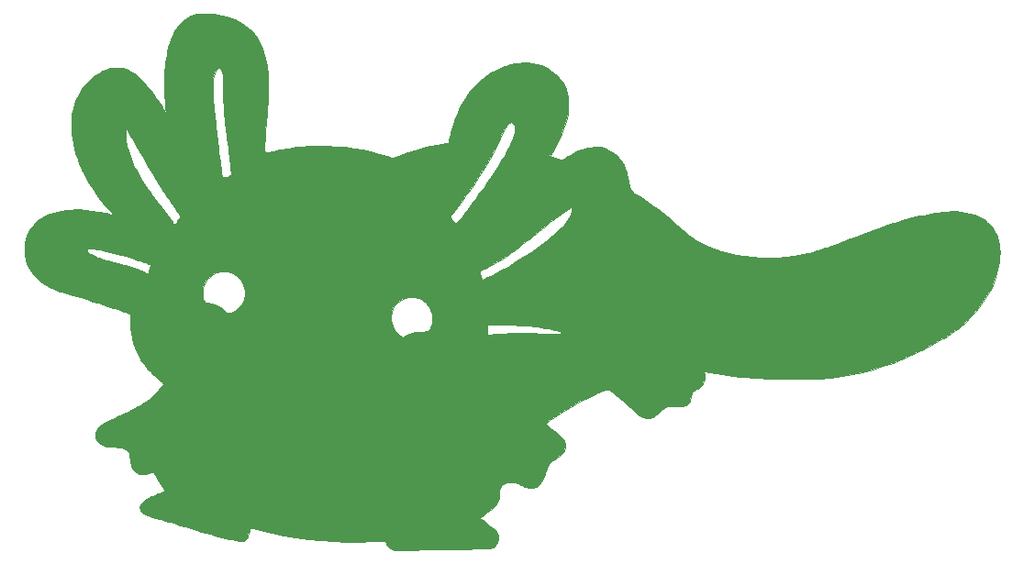
<source format=gbr>
%TF.GenerationSoftware,KiCad,Pcbnew,7.0.1*%
%TF.CreationDate,2023-04-19T20:31:54+02:00*%
%TF.ProjectId,axolotl,61786f6c-6f74-46c2-9e6b-696361645f70,rev?*%
%TF.SameCoordinates,Original*%
%TF.FileFunction,Copper,L1,Top*%
%TF.FilePolarity,Positive*%
%FSLAX46Y46*%
G04 Gerber Fmt 4.6, Leading zero omitted, Abs format (unit mm)*
G04 Created by KiCad (PCBNEW 7.0.1) date 2023-04-19 20:31:54*
%MOMM*%
%LPD*%
G01*
G04 APERTURE LIST*
%TA.AperFunction,EtchedComponent*%
%ADD10C,0.010000*%
%TD*%
%TA.AperFunction,WasherPad*%
%ADD11C,5.500000*%
%TD*%
G04 APERTURE END LIST*
%TO.C,Ref\u002A\u002A*%
D10*
X85259961Y-41354381D02*
X89715256Y-41354381D01*
X89715558Y-41512917D01*
X89716401Y-41691090D01*
X89717745Y-41858010D01*
X89719506Y-42008416D01*
X89721600Y-42137045D01*
X89723941Y-42238634D01*
X89726447Y-42307923D01*
X89728790Y-42338417D01*
X89732644Y-42369174D01*
X89740458Y-42438683D01*
X89751876Y-42543584D01*
X89766544Y-42680515D01*
X89784107Y-42846116D01*
X89804210Y-43037026D01*
X89826498Y-43249884D01*
X89850617Y-43481329D01*
X89876211Y-43728001D01*
X89902926Y-43986539D01*
X89908677Y-44042333D01*
X89959629Y-44534540D01*
X90007079Y-44987803D01*
X90051406Y-45405333D01*
X90092990Y-45790341D01*
X90132211Y-46146039D01*
X90169448Y-46475637D01*
X90205081Y-46782346D01*
X90239490Y-47069378D01*
X90273054Y-47339944D01*
X90306153Y-47597255D01*
X90339167Y-47844521D01*
X90372475Y-48084954D01*
X90406457Y-48321765D01*
X90441493Y-48558165D01*
X90446769Y-48593167D01*
X90468032Y-48740974D01*
X90486759Y-48884614D01*
X90501967Y-49015430D01*
X90512673Y-49124765D01*
X90517894Y-49203964D01*
X90518245Y-49222747D01*
X90531448Y-49359677D01*
X90571768Y-49464181D01*
X90638898Y-49536083D01*
X90732530Y-49575206D01*
X90852356Y-49581372D01*
X90998069Y-49554406D01*
X91061583Y-49534959D01*
X91137484Y-49505122D01*
X91227971Y-49463413D01*
X91299786Y-49426223D01*
X91368309Y-49387311D01*
X91407046Y-49359454D01*
X91423389Y-49333459D01*
X91424731Y-49300138D01*
X91421668Y-49274712D01*
X91416702Y-49233628D01*
X91407909Y-49156665D01*
X91395980Y-49050035D01*
X91381604Y-48919952D01*
X91365471Y-48772628D01*
X91348271Y-48614276D01*
X91345988Y-48593167D01*
X91329762Y-48447868D01*
X91308807Y-48267831D01*
X91284007Y-48060276D01*
X91256251Y-47832424D01*
X91226424Y-47591496D01*
X91195412Y-47344712D01*
X91164103Y-47099293D01*
X91135503Y-46878667D01*
X91076636Y-46426650D01*
X91023345Y-46012758D01*
X90975318Y-45633193D01*
X90932245Y-45284156D01*
X90893815Y-44961849D01*
X90859716Y-44662474D01*
X90829639Y-44382234D01*
X90803271Y-44117331D01*
X90780303Y-43863967D01*
X90760423Y-43618343D01*
X90743320Y-43376663D01*
X90728684Y-43135127D01*
X90716203Y-42889938D01*
X90705567Y-42637299D01*
X90696465Y-42373410D01*
X90688586Y-42094475D01*
X90681619Y-41796696D01*
X90675253Y-41476273D01*
X90670289Y-41195417D01*
X90666148Y-40958273D01*
X90662321Y-40759277D01*
X90658591Y-40594246D01*
X90654744Y-40458998D01*
X90650563Y-40349351D01*
X90645832Y-40261121D01*
X90640338Y-40190127D01*
X90633862Y-40132186D01*
X90626191Y-40083116D01*
X90617109Y-40038734D01*
X90608899Y-40004656D01*
X90580373Y-39905783D01*
X90545962Y-39806605D01*
X90512544Y-39726731D01*
X90508690Y-39718906D01*
X90460318Y-39629563D01*
X90410340Y-39547994D01*
X90364190Y-39482075D01*
X90327303Y-39439683D01*
X90307956Y-39428000D01*
X90277479Y-39444125D01*
X90229520Y-39487436D01*
X90170727Y-39550334D01*
X90107748Y-39625221D01*
X90047232Y-39704499D01*
X89995825Y-39780571D01*
X89987517Y-39794235D01*
X89889855Y-39991910D01*
X89811740Y-40221908D01*
X89755221Y-40478010D01*
X89748384Y-40520569D01*
X89738441Y-40594035D01*
X89730532Y-40673755D01*
X89724478Y-40765106D01*
X89720101Y-40873466D01*
X89717224Y-41004214D01*
X89715668Y-41162726D01*
X89715256Y-41354381D01*
X85259961Y-41354381D01*
X85259935Y-41353192D01*
X85258533Y-41280083D01*
X85254034Y-40864027D01*
X85257298Y-40478622D01*
X85269065Y-40113592D01*
X85290074Y-39758661D01*
X85321064Y-39403556D01*
X85362774Y-39038001D01*
X85415943Y-38651720D01*
X85474765Y-38274417D01*
X85530324Y-37957037D01*
X85588597Y-37673976D01*
X85651961Y-37417222D01*
X85722794Y-37178763D01*
X85803472Y-36950585D01*
X85896372Y-36724675D01*
X86002218Y-36496417D01*
X86194971Y-36137959D01*
X86408788Y-35810295D01*
X86642080Y-35515055D01*
X86893259Y-35253865D01*
X87160736Y-35028356D01*
X87442923Y-34840155D01*
X87738230Y-34690890D01*
X87780875Y-34673052D01*
X87929127Y-34614936D01*
X88059703Y-34570125D01*
X88182489Y-34536764D01*
X88307368Y-34512999D01*
X88444226Y-34496975D01*
X88602947Y-34486837D01*
X88793416Y-34480729D01*
X88807320Y-34480423D01*
X89054401Y-34477862D01*
X89282581Y-34481979D01*
X89500915Y-34493718D01*
X89718460Y-34514021D01*
X89944271Y-34543829D01*
X90187404Y-34584087D01*
X90456915Y-34635736D01*
X90617083Y-34668796D01*
X90937525Y-34743078D01*
X91228008Y-34825688D01*
X91500694Y-34920699D01*
X91767743Y-35032185D01*
X91930130Y-35108583D01*
X92333132Y-35327293D01*
X92707021Y-35574814D01*
X93050619Y-35850007D01*
X93362747Y-36151735D01*
X93642224Y-36478860D01*
X93887872Y-36830245D01*
X94094609Y-37196960D01*
X94205155Y-37438536D01*
X94312663Y-37714818D01*
X94414944Y-38018187D01*
X94509802Y-38341022D01*
X94595047Y-38675706D01*
X94668485Y-39014619D01*
X94727924Y-39350141D01*
X94742722Y-39449167D01*
X94770864Y-39654295D01*
X94793808Y-39841779D01*
X94812023Y-40019443D01*
X94825977Y-40195116D01*
X94836139Y-40376621D01*
X94842978Y-40571786D01*
X94846961Y-40788436D01*
X94848558Y-41034398D01*
X94848532Y-41216583D01*
X94847808Y-41401028D01*
X94846262Y-41571682D01*
X94843633Y-41733100D01*
X94839658Y-41889840D01*
X94834074Y-42046458D01*
X94826617Y-42207511D01*
X94817025Y-42377556D01*
X94805034Y-42561149D01*
X94790382Y-42762848D01*
X94772806Y-42987209D01*
X94752042Y-43238788D01*
X94727828Y-43522144D01*
X94699901Y-43841831D01*
X94691555Y-43936500D01*
X94662420Y-44268344D01*
X94636984Y-44562529D01*
X94614908Y-44823536D01*
X94595853Y-45055845D01*
X94579482Y-45263938D01*
X94565454Y-45452295D01*
X94553433Y-45625398D01*
X94543079Y-45787727D01*
X94534054Y-45943764D01*
X94526020Y-46097989D01*
X94522064Y-46180167D01*
X94514856Y-46332219D01*
X94507422Y-46486107D01*
X94500295Y-46631041D01*
X94494004Y-46756231D01*
X94489082Y-46850887D01*
X94488727Y-46857500D01*
X94485832Y-46990068D01*
X94495319Y-47089113D01*
X94519847Y-47162315D01*
X94562076Y-47217352D01*
X94624666Y-47261903D01*
X94629802Y-47264785D01*
X94719960Y-47292639D01*
X94842355Y-47294681D01*
X94995742Y-47271009D01*
X95178500Y-47221840D01*
X95366983Y-47168535D01*
X95592701Y-47114696D01*
X95850576Y-47061055D01*
X96135529Y-47008343D01*
X96442480Y-46957290D01*
X96766351Y-46908628D01*
X97102063Y-46863087D01*
X97444536Y-46821398D01*
X97788693Y-46784291D01*
X98129453Y-46752499D01*
X98461739Y-46726751D01*
X98734500Y-46710123D01*
X99521373Y-46686534D01*
X100321491Y-46697044D01*
X101129400Y-46740891D01*
X101939646Y-46817312D01*
X102746775Y-46925545D01*
X103545332Y-47064828D01*
X104329864Y-47234398D01*
X105094915Y-47433493D01*
X105835032Y-47661350D01*
X106040347Y-47731348D01*
X106150788Y-47769194D01*
X106229422Y-47793881D01*
X106284125Y-47807003D01*
X106322770Y-47810154D01*
X106353231Y-47804927D01*
X106371164Y-47798303D01*
X106426204Y-47776534D01*
X106515829Y-47742742D01*
X106634651Y-47698852D01*
X106777284Y-47646786D01*
X106938343Y-47588468D01*
X107112440Y-47525821D01*
X107294190Y-47460769D01*
X107478206Y-47395235D01*
X107659102Y-47331142D01*
X107831491Y-47270415D01*
X107989987Y-47214976D01*
X108129204Y-47166748D01*
X108243756Y-47127655D01*
X108323000Y-47101324D01*
X108860832Y-46935503D01*
X109381159Y-46792776D01*
X109880911Y-46673812D01*
X110357016Y-46579280D01*
X110806404Y-46509847D01*
X111226003Y-46466183D01*
X111248773Y-46464498D01*
X111348296Y-46455866D01*
X111412572Y-46446183D01*
X111448682Y-46433836D01*
X111463708Y-46417213D01*
X111464274Y-46415430D01*
X111473345Y-46376983D01*
X111486904Y-46312623D01*
X111498505Y-46254250D01*
X111531873Y-46097303D01*
X111577034Y-45907886D01*
X111631850Y-45693504D01*
X111694182Y-45461663D01*
X111761891Y-45219867D01*
X111832839Y-44975621D01*
X111904887Y-44736430D01*
X111975897Y-44509801D01*
X112043730Y-44303237D01*
X112102627Y-44134227D01*
X112299476Y-43640466D01*
X112529273Y-43154241D01*
X112788752Y-42680538D01*
X113074649Y-42224342D01*
X113383700Y-41790636D01*
X113712637Y-41384406D01*
X114058198Y-41010636D01*
X114301676Y-40776949D01*
X114652358Y-40477909D01*
X115022892Y-40200760D01*
X115406353Y-39949923D01*
X115795818Y-39729823D01*
X116184363Y-39544882D01*
X116315058Y-39490786D01*
X116467177Y-39432917D01*
X116639513Y-39371741D01*
X116823001Y-39310108D01*
X117008576Y-39250868D01*
X117187174Y-39196872D01*
X117349729Y-39150971D01*
X117487178Y-39116015D01*
X117551667Y-39101910D01*
X117964493Y-39039597D01*
X118382257Y-39015339D01*
X118800610Y-39028317D01*
X119215203Y-39077714D01*
X119621687Y-39162714D01*
X120015714Y-39282499D01*
X120392935Y-39436251D01*
X120749001Y-39623153D01*
X120929780Y-39736794D01*
X121249269Y-39972653D01*
X121531802Y-40228758D01*
X121778082Y-40506186D01*
X121988813Y-40806014D01*
X122164698Y-41129319D01*
X122306442Y-41477177D01*
X122414748Y-41850666D01*
X122463166Y-42083022D01*
X122517882Y-42484659D01*
X122538223Y-42894720D01*
X122523888Y-43314298D01*
X122474576Y-43744486D01*
X122389987Y-44186375D01*
X122269820Y-44641057D01*
X122113775Y-45109626D01*
X121921550Y-45593174D01*
X121692844Y-46092792D01*
X121427358Y-46609573D01*
X121124791Y-47144610D01*
X121022668Y-47315590D01*
X120816099Y-47657263D01*
X120938557Y-47681355D01*
X121001122Y-47696544D01*
X121093534Y-47722671D01*
X121205677Y-47756704D01*
X121327434Y-47795614D01*
X121396549Y-47818573D01*
X121517816Y-47858779D01*
X121633689Y-47895971D01*
X121734511Y-47927137D01*
X121810624Y-47949266D01*
X121839841Y-47956819D01*
X121947599Y-47981940D01*
X122157341Y-47851049D01*
X122463089Y-47664515D01*
X122742272Y-47503414D01*
X122999961Y-47365051D01*
X123241229Y-47246730D01*
X123471148Y-47145755D01*
X123527714Y-47122800D01*
X123654529Y-47073313D01*
X123768188Y-47031977D01*
X123879242Y-46995564D01*
X123998239Y-46960847D01*
X124135727Y-46924598D01*
X124302257Y-46883588D01*
X124335583Y-46875582D01*
X124576315Y-46829761D01*
X124830556Y-46802591D01*
X125084221Y-46794740D01*
X125323229Y-46806874D01*
X125447085Y-46822920D01*
X125786820Y-46899106D01*
X126115786Y-47013294D01*
X126428991Y-47162967D01*
X126721442Y-47345611D01*
X126988147Y-47558711D01*
X127080245Y-47645705D01*
X127260426Y-47839859D01*
X127415843Y-48043391D01*
X127550912Y-48263800D01*
X127670054Y-48508587D01*
X127777685Y-48785250D01*
X127812963Y-48889500D01*
X127855658Y-49020379D01*
X127889592Y-49126673D01*
X127916941Y-49217066D01*
X127939878Y-49300245D01*
X127960580Y-49384895D01*
X127981219Y-49479700D01*
X128003971Y-49593347D01*
X128031011Y-49734519D01*
X128050921Y-49839886D01*
X128101213Y-50090294D01*
X128151965Y-50303558D01*
X128206221Y-50484789D01*
X128267021Y-50639099D01*
X128337409Y-50771599D01*
X128420427Y-50887399D01*
X128519116Y-50991611D01*
X128636519Y-51089345D01*
X128775678Y-51185713D01*
X128896381Y-51260302D01*
X129235707Y-51468299D01*
X129584621Y-51693726D01*
X129944920Y-51937959D01*
X130318405Y-52202377D01*
X130706874Y-52488360D01*
X131112126Y-52797284D01*
X131535960Y-53130528D01*
X131980176Y-53489470D01*
X132446572Y-53875490D01*
X132936947Y-54289965D01*
X133453101Y-54734273D01*
X133617167Y-54877010D01*
X134178083Y-55366159D01*
X134614929Y-55587912D01*
X135261788Y-55892804D01*
X135930078Y-56162122D01*
X136617952Y-56395648D01*
X137323563Y-56593166D01*
X138045064Y-56754459D01*
X138780607Y-56879311D01*
X139528345Y-56967506D01*
X140286431Y-57018826D01*
X141053019Y-57033056D01*
X141826259Y-57009978D01*
X142604307Y-56949377D01*
X143385314Y-56851035D01*
X144167433Y-56714737D01*
X144189917Y-56710255D01*
X144383148Y-56671079D01*
X144549016Y-56635935D01*
X144696261Y-56602471D01*
X144833621Y-56568334D01*
X144969837Y-56531173D01*
X145113648Y-56488636D01*
X145273794Y-56438370D01*
X145459013Y-56378024D01*
X145608083Y-56328585D01*
X145808714Y-56261372D01*
X146006086Y-56194422D01*
X146203465Y-56126543D01*
X146404117Y-56056542D01*
X146611307Y-55983226D01*
X146828301Y-55905404D01*
X147058365Y-55821882D01*
X147304764Y-55731467D01*
X147570764Y-55632967D01*
X147859630Y-55525190D01*
X148174628Y-55406942D01*
X148519023Y-55277031D01*
X148896082Y-55134265D01*
X149309070Y-54977450D01*
X149344000Y-54964171D01*
X149898949Y-54754380D01*
X150418022Y-54560755D01*
X150904081Y-54382391D01*
X151359986Y-54218381D01*
X151788601Y-54067817D01*
X152192785Y-53929792D01*
X152575402Y-53803401D01*
X152939312Y-53687736D01*
X153287376Y-53581891D01*
X153622458Y-53484959D01*
X153947417Y-53396033D01*
X154265116Y-53314206D01*
X154578417Y-53238572D01*
X154890180Y-53168223D01*
X155203267Y-53102254D01*
X155249500Y-53092886D01*
X155668629Y-53010704D01*
X156051935Y-52940659D01*
X156403993Y-52882222D01*
X156729373Y-52834866D01*
X157032650Y-52798063D01*
X157318395Y-52771286D01*
X157591182Y-52754007D01*
X157855583Y-52745698D01*
X158116171Y-52745833D01*
X158234000Y-52748524D01*
X158715363Y-52779179D01*
X159170046Y-52842145D01*
X159599125Y-52937774D01*
X160003678Y-53066414D01*
X160384781Y-53228416D01*
X160743511Y-53424128D01*
X161080945Y-53653900D01*
X161123250Y-53686248D01*
X161377397Y-53909717D01*
X161604344Y-54164617D01*
X161803146Y-54449175D01*
X161972860Y-54761616D01*
X162112541Y-55100166D01*
X162221246Y-55463049D01*
X162298030Y-55848491D01*
X162307309Y-55912269D01*
X162321604Y-56049146D01*
X162331849Y-56216371D01*
X162337929Y-56402141D01*
X162339731Y-56594656D01*
X162337140Y-56782113D01*
X162330044Y-56952711D01*
X162318674Y-57091583D01*
X162305665Y-57186395D01*
X162284646Y-57314162D01*
X162257267Y-57466623D01*
X162225179Y-57635517D01*
X162190029Y-57812581D01*
X162153468Y-57989554D01*
X162117145Y-58158175D01*
X162082709Y-58310182D01*
X162051810Y-58437313D01*
X162043993Y-58467417D01*
X161876948Y-59016994D01*
X161669038Y-59558533D01*
X161421209Y-60090620D01*
X161134409Y-60611836D01*
X160809584Y-61120768D01*
X160447682Y-61615997D01*
X160049650Y-62096110D01*
X159616434Y-62559689D01*
X159148981Y-63005319D01*
X158816083Y-63293998D01*
X158534806Y-63520557D01*
X158236610Y-63744120D01*
X157916056Y-63968458D01*
X157567706Y-64197340D01*
X157186120Y-64434538D01*
X157069833Y-64504601D01*
X156169058Y-65022303D01*
X155257858Y-65503443D01*
X154337825Y-65947448D01*
X153410550Y-66353744D01*
X152477626Y-66721758D01*
X151540643Y-67050916D01*
X150601194Y-67340645D01*
X149660871Y-67590371D01*
X148721265Y-67799522D01*
X147783967Y-67967523D01*
X147239462Y-68046219D01*
X147066016Y-68068860D01*
X146909584Y-68088663D01*
X146765830Y-68105874D01*
X146630414Y-68120737D01*
X146499001Y-68133499D01*
X146367251Y-68144404D01*
X146230829Y-68153698D01*
X146085395Y-68161627D01*
X145926612Y-68168435D01*
X145750144Y-68174368D01*
X145551651Y-68179672D01*
X145326797Y-68184592D01*
X145071244Y-68189373D01*
X144780654Y-68194261D01*
X144560333Y-68197779D01*
X143738748Y-68207521D01*
X142956233Y-68210078D01*
X142210108Y-68205269D01*
X141497693Y-68192918D01*
X140816308Y-68172846D01*
X140163273Y-68144875D01*
X139535910Y-68108827D01*
X138931538Y-68064524D01*
X138347477Y-68011787D01*
X137781048Y-67950439D01*
X137229572Y-67880300D01*
X136690367Y-67801194D01*
X136160756Y-67712942D01*
X135638057Y-67615365D01*
X135556239Y-67599146D01*
X135412906Y-67570782D01*
X135283934Y-67545784D01*
X135174919Y-67525194D01*
X135091456Y-67510053D01*
X135039141Y-67501404D01*
X135023346Y-67499931D01*
X135026665Y-67521356D01*
X135041288Y-67571317D01*
X135061905Y-67632781D01*
X135093672Y-67763352D01*
X135109193Y-67918640D01*
X135108499Y-68084284D01*
X135091622Y-68245924D01*
X135060225Y-68384000D01*
X134976043Y-68592794D01*
X134860871Y-68780715D01*
X134719494Y-68939977D01*
X134717340Y-68941977D01*
X134627796Y-69020970D01*
X134554922Y-69074266D01*
X134487815Y-69108286D01*
X134415570Y-69129454D01*
X134390734Y-69134355D01*
X134248379Y-69181035D01*
X134123605Y-69266211D01*
X134077295Y-69312536D01*
X134007340Y-69401290D01*
X133951751Y-69499916D01*
X133907449Y-69616517D01*
X133871356Y-69759196D01*
X133840395Y-69936054D01*
X133840388Y-69936099D01*
X133803115Y-70118992D01*
X133749508Y-70269447D01*
X133676345Y-70395273D01*
X133625007Y-70458582D01*
X133528719Y-70550013D01*
X133418037Y-70624867D01*
X133289218Y-70683974D01*
X133138514Y-70728164D01*
X132962182Y-70758266D01*
X132756477Y-70775109D01*
X132517654Y-70779523D01*
X132241967Y-70772338D01*
X132213974Y-70771093D01*
X132037838Y-70764374D01*
X131896098Y-70762827D01*
X131781026Y-70767421D01*
X131684893Y-70779122D01*
X131599970Y-70798898D01*
X131518530Y-70827718D01*
X131432843Y-70866548D01*
X131426417Y-70869701D01*
X131351752Y-70909733D01*
X131275004Y-70958309D01*
X131191168Y-71019384D01*
X131095240Y-71096911D01*
X130982216Y-71194843D01*
X130847092Y-71317135D01*
X130770250Y-71388121D01*
X130611362Y-71530647D01*
X130472271Y-71643138D01*
X130346712Y-71728920D01*
X130228419Y-71791317D01*
X130111128Y-71833656D01*
X129988572Y-71859262D01*
X129860083Y-71871190D01*
X129669583Y-71880634D01*
X129434187Y-71762512D01*
X129313258Y-71699494D01*
X129199037Y-71634385D01*
X129087260Y-71563868D01*
X128973667Y-71484624D01*
X128853994Y-71393338D01*
X128723980Y-71286691D01*
X128579362Y-71161367D01*
X128415879Y-71014048D01*
X128229268Y-70841417D01*
X128124417Y-70743124D01*
X127992934Y-70620617D01*
X127857852Y-70496866D01*
X127725961Y-70377942D01*
X127604053Y-70269915D01*
X127498920Y-70178858D01*
X127417351Y-70110841D01*
X127415333Y-70109215D01*
X127301634Y-70015293D01*
X127173583Y-69905636D01*
X127047112Y-69794085D01*
X126941179Y-69697315D01*
X126784881Y-69554384D01*
X126650933Y-69440415D01*
X126534058Y-69352294D01*
X126428978Y-69286910D01*
X126330415Y-69241148D01*
X126233090Y-69211897D01*
X126131727Y-69196042D01*
X126085364Y-69192556D01*
X125908978Y-69182840D01*
X125693781Y-69289351D01*
X125603133Y-69332681D01*
X125484378Y-69387194D01*
X125348553Y-69447949D01*
X125206691Y-69510000D01*
X125087000Y-69561172D01*
X124589676Y-69782509D01*
X124069882Y-70035794D01*
X123530724Y-70319241D01*
X122975309Y-70631063D01*
X122406741Y-70969476D01*
X121828127Y-71332693D01*
X121242574Y-71718927D01*
X120775661Y-72040177D01*
X120369573Y-72324698D01*
X120436995Y-72382548D01*
X120472479Y-72411279D01*
X120536259Y-72461184D01*
X120622795Y-72527999D01*
X120726546Y-72607459D01*
X120841970Y-72695300D01*
X120927750Y-72760251D01*
X121168551Y-72945649D01*
X121376346Y-73113731D01*
X121554803Y-73268332D01*
X121707590Y-73413282D01*
X121838375Y-73552416D01*
X121950825Y-73689563D01*
X122048607Y-73828558D01*
X122135391Y-73973233D01*
X122192453Y-74081726D01*
X122252599Y-74247178D01*
X122271317Y-74418049D01*
X122248774Y-74591895D01*
X122185140Y-74766273D01*
X122139466Y-74850417D01*
X122030622Y-75003297D01*
X121885922Y-75162614D01*
X121710394Y-75323827D01*
X121509067Y-75482393D01*
X121286970Y-75633770D01*
X121239173Y-75663599D01*
X121096654Y-75754984D01*
X120983916Y-75837444D01*
X120892004Y-75919133D01*
X120811964Y-76008206D01*
X120734842Y-76112816D01*
X120717285Y-76138864D01*
X120663101Y-76223809D01*
X120613961Y-76309651D01*
X120566866Y-76403074D01*
X120518818Y-76510764D01*
X120466820Y-76639406D01*
X120407872Y-76795684D01*
X120345798Y-76967172D01*
X120265454Y-77186715D01*
X120193340Y-77370946D01*
X120126609Y-77525410D01*
X120062411Y-77655652D01*
X119997900Y-77767217D01*
X119930226Y-77865651D01*
X119856542Y-77956499D01*
X119812801Y-78004835D01*
X119665415Y-78134959D01*
X119501172Y-78227748D01*
X119319253Y-78283330D01*
X119118843Y-78301837D01*
X118899124Y-78283401D01*
X118659278Y-78228151D01*
X118578250Y-78202753D01*
X118491643Y-78170157D01*
X118379803Y-78122457D01*
X118254565Y-78064992D01*
X118127765Y-78003104D01*
X118068943Y-77972937D01*
X117908716Y-77891659D01*
X117775087Y-77830497D01*
X117658986Y-77786768D01*
X117551340Y-77757788D01*
X117443081Y-77740873D01*
X117325136Y-77733341D01*
X117255333Y-77732233D01*
X117026181Y-77747285D01*
X116816500Y-77793223D01*
X116629523Y-77868341D01*
X116468485Y-77970936D01*
X116336618Y-78099302D01*
X116237157Y-78251733D01*
X116225984Y-78274938D01*
X116203113Y-78326336D01*
X116186784Y-78371450D01*
X116175838Y-78418945D01*
X116169114Y-78477487D01*
X116165453Y-78555743D01*
X116163695Y-78662379D01*
X116163062Y-78745083D01*
X116160741Y-78869636D01*
X116155803Y-78987540D01*
X116148871Y-79088572D01*
X116140569Y-79162503D01*
X116136193Y-79185721D01*
X116084545Y-79353689D01*
X116010708Y-79517604D01*
X115912154Y-79680589D01*
X115786355Y-79845766D01*
X115630782Y-80016258D01*
X115442908Y-80195188D01*
X115220204Y-80385678D01*
X115062861Y-80511478D01*
X114946243Y-80603066D01*
X114828245Y-80696388D01*
X114717743Y-80784378D01*
X114623612Y-80859971D01*
X114559027Y-80912555D01*
X114392138Y-81050070D01*
X114474361Y-81120366D01*
X114516170Y-81154463D01*
X114585284Y-81208955D01*
X114675183Y-81278782D01*
X114779344Y-81358886D01*
X114891246Y-81444208D01*
X114916417Y-81463298D01*
X115034134Y-81553469D01*
X115149995Y-81643986D01*
X115256200Y-81728624D01*
X115344950Y-81801160D01*
X115408445Y-81855371D01*
X115413833Y-81860201D01*
X115488866Y-81925373D01*
X115564037Y-81986381D01*
X115625464Y-82032049D01*
X115636083Y-82039139D01*
X115782876Y-82157843D01*
X115900124Y-82301832D01*
X115987260Y-82465530D01*
X116043717Y-82643361D01*
X116068931Y-82829751D01*
X116062333Y-83019123D01*
X116023358Y-83205903D01*
X115951439Y-83384514D01*
X115846009Y-83549381D01*
X115795564Y-83608884D01*
X115746523Y-83662494D01*
X115703875Y-83706674D01*
X115663032Y-83742515D01*
X115619406Y-83771109D01*
X115568407Y-83793546D01*
X115505448Y-83810918D01*
X115425939Y-83824316D01*
X115325292Y-83834830D01*
X115198917Y-83843553D01*
X115042227Y-83851574D01*
X114850633Y-83859986D01*
X114715333Y-83865747D01*
X114478913Y-83875574D01*
X114241500Y-83884832D01*
X114000612Y-83893574D01*
X113753767Y-83901849D01*
X113498482Y-83909711D01*
X113232275Y-83917211D01*
X112952662Y-83924400D01*
X112657163Y-83931329D01*
X112343293Y-83938052D01*
X112008571Y-83944619D01*
X111650514Y-83951082D01*
X111266639Y-83957492D01*
X110854465Y-83963902D01*
X110411508Y-83970362D01*
X109935286Y-83976926D01*
X109423316Y-83983643D01*
X108873116Y-83990566D01*
X108492333Y-83995219D01*
X108275257Y-83998213D01*
X108064363Y-84001820D01*
X107864762Y-84005904D01*
X107681565Y-84010332D01*
X107519883Y-84014967D01*
X107384826Y-84019675D01*
X107281505Y-84024321D01*
X107215031Y-84028768D01*
X107211750Y-84029083D01*
X107037439Y-84045182D01*
X106897552Y-84055144D01*
X106784640Y-84059038D01*
X106691249Y-84056932D01*
X106609929Y-84048892D01*
X106534417Y-84035247D01*
X106327006Y-83971928D01*
X106138994Y-83878196D01*
X105975453Y-83757712D01*
X105841458Y-83614134D01*
X105751552Y-83470666D01*
X105713017Y-83386245D01*
X105681693Y-83304157D01*
X105663873Y-83241045D01*
X105663147Y-83236867D01*
X105649730Y-83152957D01*
X105393573Y-83167208D01*
X105145264Y-83180743D01*
X104923545Y-83192116D01*
X104720126Y-83201601D01*
X104526718Y-83209471D01*
X104335032Y-83216000D01*
X104136778Y-83221462D01*
X103923667Y-83226130D01*
X103687409Y-83230277D01*
X103419716Y-83234178D01*
X103327667Y-83235398D01*
X102096636Y-83233476D01*
X100887571Y-83195387D01*
X99700426Y-83121127D01*
X98535155Y-83010690D01*
X97391711Y-82864070D01*
X96270048Y-82681262D01*
X95170120Y-82462260D01*
X94091879Y-82207058D01*
X93422681Y-82027404D01*
X93324043Y-82000089D01*
X93241616Y-81978035D01*
X93183115Y-81963248D01*
X93156256Y-81957736D01*
X93155384Y-81957874D01*
X93150000Y-81979094D01*
X93137881Y-82034009D01*
X93120701Y-82114824D01*
X93100138Y-82213745D01*
X93095240Y-82237583D01*
X93044021Y-82463906D01*
X92990329Y-82652019D01*
X92932315Y-82806040D01*
X92868130Y-82930090D01*
X92795925Y-83028286D01*
X92713849Y-83104748D01*
X92701939Y-83113611D01*
X92642801Y-83155334D01*
X92592597Y-83185044D01*
X92543604Y-83203366D01*
X92488101Y-83210926D01*
X92418365Y-83208348D01*
X92326677Y-83196260D01*
X92205312Y-83175286D01*
X92124320Y-83160412D01*
X91828199Y-83103883D01*
X91528889Y-83042965D01*
X91223363Y-82976858D01*
X90908595Y-82904765D01*
X90581556Y-82825889D01*
X90239222Y-82739431D01*
X89878565Y-82644594D01*
X89496559Y-82540579D01*
X89090178Y-82426589D01*
X88656393Y-82301826D01*
X88192180Y-82165491D01*
X87694511Y-82016787D01*
X87160360Y-81854916D01*
X87083878Y-81831581D01*
X86715363Y-81719162D01*
X86383310Y-81618108D01*
X86083749Y-81527234D01*
X85812713Y-81445354D01*
X85566231Y-81371282D01*
X85340336Y-81303834D01*
X85131059Y-81241822D01*
X84934431Y-81184063D01*
X84746483Y-81129370D01*
X84563247Y-81076558D01*
X84403668Y-81030961D01*
X84159726Y-80960298D01*
X83952885Y-80897330D01*
X83778992Y-80840243D01*
X83633897Y-80787226D01*
X83513447Y-80736464D01*
X83413492Y-80686147D01*
X83329879Y-80634461D01*
X83258457Y-80579594D01*
X83195074Y-80519733D01*
X83169323Y-80492080D01*
X83076501Y-80367217D01*
X83021273Y-80236364D01*
X82999224Y-80088286D01*
X82998418Y-80056963D01*
X82999965Y-79972200D01*
X83009610Y-79911665D01*
X83032089Y-79857387D01*
X83065817Y-79801199D01*
X83141107Y-79701542D01*
X83242903Y-79591679D01*
X83360579Y-79481730D01*
X83483507Y-79381818D01*
X83568977Y-79321987D01*
X83671037Y-79258926D01*
X83778524Y-79198634D01*
X83897643Y-79138183D01*
X84034594Y-79074648D01*
X84195582Y-79005101D01*
X84386807Y-78926614D01*
X84516047Y-78875039D01*
X84658769Y-78818085D01*
X84799052Y-78761284D01*
X84928459Y-78708113D01*
X85038555Y-78662047D01*
X85120904Y-78626564D01*
X85143442Y-78616454D01*
X85310207Y-78540224D01*
X84780210Y-77690153D01*
X84672793Y-77518124D01*
X84571698Y-77356720D01*
X84479226Y-77209578D01*
X84397678Y-77080336D01*
X84329354Y-76972633D01*
X84276555Y-76890105D01*
X84241583Y-76836390D01*
X84226898Y-76815290D01*
X84207601Y-76809268D01*
X84167328Y-76813859D01*
X84101617Y-76830197D01*
X84006006Y-76859419D01*
X83876032Y-76902660D01*
X83854333Y-76910071D01*
X83727761Y-76953160D01*
X83631609Y-76984419D01*
X83556256Y-77005757D01*
X83492079Y-77019083D01*
X83429458Y-77026305D01*
X83358770Y-77029331D01*
X83270393Y-77030071D01*
X83249166Y-77030113D01*
X82993250Y-77030583D01*
X82791432Y-76930431D01*
X82678232Y-76870246D01*
X82591194Y-76812979D01*
X82516193Y-76748549D01*
X82469994Y-76701075D01*
X82388501Y-76603879D01*
X82319676Y-76499694D01*
X82261594Y-76382952D01*
X82212330Y-76248086D01*
X82169957Y-76089526D01*
X82132550Y-75901706D01*
X82098182Y-75679056D01*
X82086607Y-75592574D01*
X82065855Y-75432887D01*
X82049216Y-75309120D01*
X82035255Y-75215225D01*
X82022538Y-75145152D01*
X82009629Y-75092854D01*
X81995093Y-75052281D01*
X81977495Y-75017386D01*
X81955401Y-74982120D01*
X81934333Y-74950777D01*
X81822861Y-74821254D01*
X81679108Y-74711277D01*
X81510498Y-74625704D01*
X81365980Y-74578892D01*
X81298205Y-74562787D01*
X81233802Y-74549790D01*
X81166114Y-74539257D01*
X81088488Y-74530545D01*
X80994266Y-74523010D01*
X80876793Y-74516007D01*
X80729414Y-74508893D01*
X80572853Y-74502161D01*
X80410778Y-74494087D01*
X80256856Y-74483954D01*
X80119571Y-74472473D01*
X80007410Y-74460356D01*
X79928858Y-74448314D01*
X79927270Y-74447994D01*
X79749874Y-74397306D01*
X79571563Y-74319840D01*
X79401927Y-74221532D01*
X79250560Y-74108318D01*
X79127053Y-73986134D01*
X79077981Y-73922423D01*
X78990001Y-73758340D01*
X78938372Y-73580561D01*
X78921740Y-73394630D01*
X78938749Y-73206093D01*
X78988042Y-73020496D01*
X79068264Y-72843383D01*
X79178060Y-72680301D01*
X79316073Y-72536794D01*
X79439416Y-72443965D01*
X79505312Y-72404641D01*
X79605108Y-72349570D01*
X79734375Y-72280979D01*
X79888686Y-72201098D01*
X80063612Y-72112153D01*
X80254727Y-72016374D01*
X80457601Y-71915988D01*
X80667807Y-71813223D01*
X80880918Y-71710309D01*
X81092504Y-71609472D01*
X81176750Y-71569734D01*
X81561406Y-71386943D01*
X81909776Y-71217215D01*
X82225217Y-71058766D01*
X82511089Y-70909811D01*
X82770748Y-70768567D01*
X83007553Y-70633250D01*
X83224861Y-70502075D01*
X83414516Y-70380848D01*
X83794381Y-70113061D01*
X84147142Y-69827995D01*
X84469223Y-69529025D01*
X84757046Y-69219525D01*
X85007036Y-68902869D01*
X85058363Y-68830023D01*
X85106311Y-68758927D01*
X85143385Y-68701126D01*
X85164119Y-68665273D01*
X85166667Y-68658494D01*
X85151369Y-68640617D01*
X85109091Y-68600420D01*
X85045254Y-68542828D01*
X84965281Y-68472765D01*
X84907375Y-68423007D01*
X84782732Y-68314308D01*
X84642547Y-68187994D01*
X84491953Y-68049031D01*
X84336083Y-67902384D01*
X84180071Y-67753019D01*
X84029050Y-67605902D01*
X83888153Y-67465998D01*
X83762514Y-67338273D01*
X83657267Y-67227692D01*
X83577544Y-67139222D01*
X83565085Y-67124583D01*
X83437224Y-66963919D01*
X83300919Y-66777924D01*
X83165203Y-66579821D01*
X83039115Y-66382833D01*
X82931690Y-66200185D01*
X82924471Y-66187130D01*
X82721674Y-65778786D01*
X82546213Y-65343189D01*
X82399420Y-64886492D01*
X82282626Y-64414845D01*
X82197161Y-63934401D01*
X82144358Y-63451311D01*
X82125546Y-62971727D01*
X82138388Y-62554100D01*
X82144382Y-62457333D01*
X106170202Y-62457333D01*
X106176623Y-62752998D01*
X106219507Y-63036156D01*
X106297205Y-63303700D01*
X106408069Y-63552524D01*
X106550450Y-63779522D01*
X106722701Y-63981586D01*
X106923171Y-64155611D01*
X107145938Y-64296231D01*
X107211967Y-64329898D01*
X107263481Y-64353707D01*
X107288607Y-64362333D01*
X107313302Y-64351057D01*
X107363102Y-64321076D01*
X107428573Y-64278166D01*
X107449669Y-64263766D01*
X107649069Y-64141128D01*
X107859921Y-64041515D01*
X108087316Y-63963608D01*
X108336346Y-63906088D01*
X108612100Y-63867639D01*
X108919671Y-63846940D01*
X109074417Y-63843000D01*
X109518917Y-63836791D01*
X109628711Y-63705522D01*
X109628769Y-63705439D01*
X115034695Y-63705439D01*
X115038628Y-63831597D01*
X115048692Y-63944398D01*
X115064616Y-64033664D01*
X115081705Y-64081875D01*
X115108635Y-64126716D01*
X115128156Y-64149822D01*
X115130465Y-64150667D01*
X115154894Y-64148252D01*
X115212805Y-64141671D01*
X115295661Y-64131915D01*
X115394926Y-64119974D01*
X115399796Y-64119382D01*
X115653955Y-64090532D01*
X115911188Y-64065601D01*
X116175191Y-64044478D01*
X116449661Y-64027053D01*
X116738294Y-64013216D01*
X117044786Y-64002857D01*
X117372834Y-63995864D01*
X117726134Y-63992127D01*
X118108383Y-63991535D01*
X118523278Y-63993979D01*
X118974514Y-63999347D01*
X119262650Y-64003899D01*
X119517853Y-64008026D01*
X119765285Y-64011586D01*
X120000957Y-64014550D01*
X120220882Y-64016887D01*
X120421072Y-64018568D01*
X120597541Y-64019561D01*
X120746300Y-64019837D01*
X120863362Y-64019366D01*
X120944739Y-64018118D01*
X120977150Y-64016842D01*
X121091027Y-64013584D01*
X121225250Y-64015574D01*
X121358228Y-64022301D01*
X121417297Y-64027261D01*
X121521276Y-64035562D01*
X121617456Y-64039753D01*
X121693376Y-64039477D01*
X121729422Y-64036146D01*
X121789841Y-64016475D01*
X121845871Y-63984814D01*
X121887965Y-63948742D01*
X121906577Y-63915839D01*
X121901417Y-63899597D01*
X121871157Y-63883911D01*
X121806038Y-63859660D01*
X121712226Y-63828708D01*
X121595890Y-63792923D01*
X121463196Y-63754169D01*
X121320313Y-63714313D01*
X121173409Y-63675221D01*
X121086500Y-63653058D01*
X120759616Y-63576384D01*
X120425037Y-63508574D01*
X120078496Y-63449140D01*
X119715725Y-63397593D01*
X119332457Y-63353445D01*
X118924425Y-63316205D01*
X118487362Y-63285385D01*
X118017001Y-63260498D01*
X117509074Y-63241053D01*
X117482694Y-63240217D01*
X117311704Y-63235040D01*
X117124064Y-63229692D01*
X116924019Y-63224269D01*
X116715814Y-63218863D01*
X116503694Y-63213570D01*
X116291906Y-63208483D01*
X116084693Y-63203697D01*
X115886302Y-63199305D01*
X115700978Y-63195403D01*
X115532966Y-63192084D01*
X115386512Y-63189443D01*
X115265861Y-63187573D01*
X115175258Y-63186569D01*
X115118949Y-63186525D01*
X115101115Y-63187370D01*
X115094302Y-63208826D01*
X115081566Y-63261239D01*
X115065437Y-63334087D01*
X115062359Y-63348606D01*
X115046292Y-63453766D01*
X115037160Y-63576103D01*
X115034695Y-63705439D01*
X109628769Y-63705439D01*
X109769677Y-63505919D01*
X109882556Y-63279899D01*
X109935014Y-63134667D01*
X109962687Y-63011001D01*
X109979986Y-62858720D01*
X109986893Y-62690253D01*
X109983386Y-62518033D01*
X109969446Y-62354491D01*
X109945052Y-62212059D01*
X109936565Y-62178453D01*
X109838870Y-61892650D01*
X109710290Y-61629121D01*
X109553279Y-61390617D01*
X109370291Y-61179892D01*
X109163781Y-60999698D01*
X108936202Y-60852787D01*
X108690010Y-60741912D01*
X108640500Y-60724875D01*
X108431332Y-60675195D01*
X108201126Y-60653515D01*
X107959859Y-60659023D01*
X107717509Y-60690905D01*
X107484051Y-60748350D01*
X107269464Y-60830543D01*
X107254083Y-60837839D01*
X106992368Y-60983318D01*
X106767122Y-61150241D01*
X106578114Y-61338954D01*
X106425113Y-61549803D01*
X106307887Y-61783135D01*
X106226205Y-62039294D01*
X106179835Y-62318626D01*
X106170202Y-62457333D01*
X82144382Y-62457333D01*
X82145486Y-62439528D01*
X82150806Y-62340809D01*
X82154020Y-62265204D01*
X82154802Y-62219974D01*
X82153892Y-62210336D01*
X82132689Y-62202162D01*
X82074798Y-62181812D01*
X81983708Y-62150456D01*
X81862905Y-62109263D01*
X81715877Y-62059402D01*
X81546112Y-62002042D01*
X81357097Y-61938353D01*
X81152320Y-61869503D01*
X80935268Y-61796663D01*
X80709429Y-61721000D01*
X80478291Y-61643685D01*
X80245340Y-61565887D01*
X80014065Y-61488774D01*
X79787952Y-61413516D01*
X79570490Y-61341282D01*
X79365167Y-61273242D01*
X79175468Y-61210564D01*
X79004883Y-61154418D01*
X78975701Y-61144841D01*
X78714574Y-61060872D01*
X78424704Y-60970600D01*
X78118478Y-60877732D01*
X77808285Y-60785976D01*
X77506515Y-60699040D01*
X77225556Y-60620631D01*
X77207776Y-60615772D01*
X76855793Y-60518786D01*
X76541121Y-60429917D01*
X76259806Y-60347824D01*
X76027621Y-60277167D01*
X88776791Y-60277167D01*
X88783687Y-60478927D01*
X88806035Y-60652366D01*
X88846366Y-60809479D01*
X88907210Y-60962257D01*
X88932213Y-61013749D01*
X88993151Y-61134417D01*
X89236068Y-61181904D01*
X89594778Y-61264964D01*
X89918343Y-61366886D01*
X90206068Y-61487329D01*
X90457261Y-61625953D01*
X90671229Y-61782417D01*
X90847278Y-61956380D01*
X90872383Y-61986434D01*
X90931128Y-62051364D01*
X90986648Y-62099994D01*
X91026956Y-62122592D01*
X91107713Y-62131125D01*
X91212382Y-62124691D01*
X91325972Y-62105015D01*
X91425168Y-62076803D01*
X91585280Y-62005501D01*
X91752123Y-61901074D01*
X91928667Y-61761417D01*
X92111653Y-61590640D01*
X92275581Y-61416186D01*
X92405284Y-61250664D01*
X92505243Y-61085865D01*
X92579943Y-60913578D01*
X92633863Y-60725593D01*
X92660983Y-60584388D01*
X92681821Y-60326212D01*
X92664063Y-60063012D01*
X92610193Y-59799991D01*
X92522696Y-59542354D01*
X92404055Y-59295304D01*
X92256753Y-59064044D01*
X92083275Y-58853778D01*
X91886105Y-58669710D01*
X91676801Y-58522461D01*
X91603752Y-58483850D01*
X91505982Y-58439305D01*
X91399113Y-58395722D01*
X91341085Y-58374295D01*
X91322961Y-58367900D01*
X114363781Y-58367900D01*
X114376527Y-58451422D01*
X114406255Y-58558643D01*
X114454018Y-58695182D01*
X114482482Y-58769761D01*
X114516901Y-58860928D01*
X114544588Y-58939392D01*
X114562318Y-58995681D01*
X114567167Y-59018469D01*
X114571402Y-59046248D01*
X114574789Y-59049500D01*
X114595734Y-59041212D01*
X114648070Y-59018443D01*
X114724696Y-58984336D01*
X114818511Y-58942034D01*
X114855247Y-58925349D01*
X115548609Y-58594554D01*
X116253827Y-58228480D01*
X116965640Y-57830562D01*
X117678784Y-57404239D01*
X118387995Y-56952947D01*
X119088011Y-56480123D01*
X119773569Y-55989204D01*
X120439404Y-55483628D01*
X121080254Y-54966831D01*
X121607453Y-54515976D01*
X121891700Y-54253046D01*
X122136612Y-53998220D01*
X122343802Y-53748864D01*
X122514884Y-53502347D01*
X122651473Y-53256037D01*
X122755183Y-53007300D01*
X122827626Y-52753505D01*
X122870419Y-52492019D01*
X122874622Y-52449281D01*
X122888528Y-52294313D01*
X122839472Y-52319933D01*
X122800743Y-52343113D01*
X122732905Y-52386813D01*
X122641516Y-52447253D01*
X122532130Y-52520650D01*
X122410302Y-52603225D01*
X122281588Y-52691194D01*
X122151544Y-52780778D01*
X122025725Y-52868195D01*
X121909687Y-52949663D01*
X121811011Y-53019944D01*
X121681068Y-53114277D01*
X121542213Y-53216869D01*
X121391969Y-53329639D01*
X121227860Y-53454508D01*
X121047410Y-53593398D01*
X120848144Y-53748228D01*
X120627585Y-53920921D01*
X120383258Y-54113396D01*
X120112686Y-54327575D01*
X119813393Y-54565379D01*
X119604833Y-54731494D01*
X119285434Y-54985788D01*
X118995965Y-55215525D01*
X118733533Y-55422885D01*
X118495248Y-55610047D01*
X118278216Y-55779190D01*
X118079548Y-55932496D01*
X117896350Y-56072143D01*
X117725732Y-56200312D01*
X117564801Y-56319182D01*
X117410667Y-56430934D01*
X117260437Y-56537747D01*
X117111219Y-56641800D01*
X116960122Y-56745275D01*
X116804255Y-56850350D01*
X116715583Y-56909523D01*
X116461591Y-57075461D01*
X116202478Y-57239059D01*
X115943367Y-57397379D01*
X115689383Y-57547483D01*
X115445649Y-57686432D01*
X115217289Y-57811288D01*
X115009425Y-57919111D01*
X114827183Y-58006963D01*
X114720472Y-58053810D01*
X114634452Y-58089713D01*
X114554950Y-58123058D01*
X114496737Y-58147646D01*
X114488748Y-58151053D01*
X114430906Y-58191215D01*
X114385751Y-58248084D01*
X114385025Y-58249469D01*
X114366965Y-58302455D01*
X114363781Y-58367900D01*
X91322961Y-58367900D01*
X91125083Y-58298083D01*
X90754667Y-58298332D01*
X90587053Y-58300071D01*
X90451399Y-58306433D01*
X90337405Y-58319508D01*
X90234774Y-58341385D01*
X90133206Y-58374156D01*
X90022403Y-58419909D01*
X89918583Y-58468032D01*
X89674066Y-58607727D01*
X89451846Y-58781474D01*
X89254839Y-58985688D01*
X89085963Y-59216784D01*
X88948137Y-59471177D01*
X88844277Y-59745281D01*
X88825294Y-59811500D01*
X88803351Y-59902220D01*
X88788927Y-59989134D01*
X88780655Y-60085370D01*
X88777167Y-60204055D01*
X88776791Y-60277167D01*
X76027621Y-60277167D01*
X76007894Y-60271164D01*
X75781433Y-60198596D01*
X75576470Y-60128778D01*
X75389051Y-60060367D01*
X75215224Y-59992023D01*
X75051035Y-59922403D01*
X74892532Y-59850165D01*
X74752667Y-59782398D01*
X74390574Y-59586828D01*
X74062688Y-59375874D01*
X73762075Y-59144132D01*
X73481804Y-58886197D01*
X73214939Y-58596665D01*
X73182686Y-58558588D01*
X73058614Y-58407506D01*
X72957793Y-58276213D01*
X72873425Y-58154683D01*
X72798708Y-58032890D01*
X72726843Y-57900805D01*
X72697574Y-57843245D01*
X72553325Y-57508653D01*
X72447375Y-57160738D01*
X72379250Y-56803182D01*
X72348482Y-56439667D01*
X72350851Y-56297977D01*
X78078416Y-56297977D01*
X78094455Y-56367861D01*
X78142400Y-56460029D01*
X78154588Y-56479672D01*
X78181979Y-56517976D01*
X78215782Y-56552347D01*
X78262907Y-56587576D01*
X78330261Y-56628453D01*
X78424753Y-56679771D01*
X78498422Y-56718120D01*
X78652443Y-56795895D01*
X78801508Y-56867222D01*
X78949822Y-56933502D01*
X79101591Y-56996136D01*
X79261019Y-57056528D01*
X79432312Y-57116080D01*
X79619674Y-57176192D01*
X79827310Y-57238268D01*
X80059425Y-57303710D01*
X80320225Y-57373919D01*
X80613914Y-57450298D01*
X80944698Y-57534249D01*
X80950292Y-57535656D01*
X81244013Y-57610007D01*
X81501081Y-57676246D01*
X81726117Y-57735674D01*
X81923743Y-57789596D01*
X82098578Y-57839315D01*
X82255243Y-57886134D01*
X82398359Y-57931358D01*
X82532546Y-57976289D01*
X82616083Y-58005568D01*
X82754875Y-58057094D01*
X82899178Y-58114279D01*
X83041376Y-58173767D01*
X83173855Y-58232204D01*
X83288998Y-58286234D01*
X83379192Y-58332503D01*
X83435032Y-58366359D01*
X83533198Y-58431772D01*
X83608424Y-58468303D01*
X83667534Y-58477175D01*
X83717350Y-58459610D01*
X83757999Y-58424253D01*
X83790799Y-58372462D01*
X83824389Y-58291665D01*
X83850133Y-58207294D01*
X83897211Y-58021578D01*
X83932143Y-57874425D01*
X83954831Y-57766304D01*
X83965177Y-57697683D01*
X83963140Y-57669092D01*
X83935664Y-57653913D01*
X83872598Y-57626851D01*
X83778474Y-57589526D01*
X83657825Y-57543556D01*
X83515184Y-57490560D01*
X83355083Y-57432158D01*
X83182054Y-57369970D01*
X83000630Y-57305613D01*
X82815343Y-57240708D01*
X82630726Y-57176874D01*
X82451311Y-57115730D01*
X82281631Y-57058894D01*
X82126217Y-57007988D01*
X82002250Y-56968566D01*
X81651411Y-56862266D01*
X81295929Y-56760648D01*
X80939842Y-56664577D01*
X80587189Y-56574916D01*
X80242008Y-56492529D01*
X79908338Y-56418278D01*
X79590218Y-56353028D01*
X79291685Y-56297641D01*
X79016778Y-56252982D01*
X78769537Y-56219914D01*
X78553999Y-56199300D01*
X78374202Y-56192004D01*
X78370263Y-56192000D01*
X78240204Y-56197391D01*
X78149442Y-56215208D01*
X78096128Y-56247915D01*
X78078416Y-56297977D01*
X72350851Y-56297977D01*
X72354599Y-56073875D01*
X72397129Y-55709487D01*
X72475604Y-55350185D01*
X72589551Y-54999651D01*
X72738499Y-54661566D01*
X72921979Y-54339612D01*
X73139519Y-54037470D01*
X73192444Y-53973383D01*
X73347823Y-53803536D01*
X73514290Y-53649959D01*
X73698375Y-53507924D01*
X73906607Y-53372703D01*
X74145514Y-53239568D01*
X74339917Y-53142478D01*
X74693090Y-52986951D01*
X75051865Y-52857806D01*
X75421080Y-52754136D01*
X75805573Y-52675030D01*
X76210184Y-52619581D01*
X76639752Y-52586878D01*
X77099113Y-52576012D01*
X77341541Y-52578485D01*
X77948876Y-52608174D01*
X78577431Y-52672621D01*
X79224772Y-52771477D01*
X79888464Y-52904393D01*
X80313718Y-53005417D01*
X80509020Y-53054574D01*
X80305227Y-52829412D01*
X79841959Y-52296031D01*
X79403303Y-51747481D01*
X78991213Y-51186982D01*
X78607643Y-50617756D01*
X78254547Y-50043021D01*
X77933877Y-49465999D01*
X77647586Y-48889910D01*
X77397630Y-48317974D01*
X77185960Y-47753412D01*
X77136654Y-47605819D01*
X76967514Y-47032104D01*
X76835868Y-46466889D01*
X76741686Y-45911378D01*
X76720311Y-45706232D01*
X81651804Y-45706232D01*
X81658975Y-45879301D01*
X81679304Y-46069765D01*
X81713549Y-46283845D01*
X81762466Y-46527766D01*
X81793616Y-46667000D01*
X81918445Y-47140489D01*
X82076424Y-47619489D01*
X82268426Y-48105871D01*
X82495324Y-48601506D01*
X82757992Y-49108266D01*
X83057304Y-49628021D01*
X83394133Y-50162643D01*
X83499358Y-50321332D01*
X83590821Y-50456963D01*
X83681417Y-50589472D01*
X83773689Y-50722345D01*
X83870182Y-50859073D01*
X83973438Y-51003145D01*
X84086000Y-51158048D01*
X84210412Y-51327273D01*
X84349217Y-51514307D01*
X84504959Y-51722641D01*
X84680179Y-51955762D01*
X84877423Y-52217160D01*
X84986066Y-52360833D01*
X85125431Y-52545304D01*
X85264881Y-52730410D01*
X85400814Y-52911333D01*
X85529627Y-53083258D01*
X85647717Y-53241367D01*
X85751483Y-53380844D01*
X85837321Y-53496874D01*
X85901630Y-53584638D01*
X85908272Y-53593792D01*
X85983333Y-53696628D01*
X86050038Y-53786583D01*
X86104424Y-53858427D01*
X86142526Y-53906930D01*
X86160379Y-53926863D01*
X86160955Y-53927087D01*
X86184642Y-53917046D01*
X86228720Y-53892403D01*
X86238379Y-53886583D01*
X86271641Y-53861493D01*
X86308350Y-53822908D01*
X86351837Y-53766135D01*
X86405434Y-53686478D01*
X86472474Y-53579240D01*
X86556289Y-53439726D01*
X86560352Y-53432879D01*
X86608115Y-53352675D01*
X86650943Y-53281355D01*
X86662250Y-53262759D01*
X111659171Y-53262759D01*
X111684456Y-53339337D01*
X111740015Y-53427997D01*
X111827227Y-53533125D01*
X111934948Y-53646485D01*
X112010820Y-53721423D01*
X112076362Y-53782788D01*
X112125898Y-53825520D01*
X112153754Y-53844562D01*
X112157328Y-53844696D01*
X112175107Y-53825034D01*
X112215456Y-53778860D01*
X112273454Y-53711852D01*
X112344179Y-53629689D01*
X112396487Y-53568696D01*
X112562556Y-53373030D01*
X112727059Y-53175493D01*
X112892127Y-52973272D01*
X113059893Y-52763556D01*
X113232490Y-52543534D01*
X113412051Y-52310395D01*
X113600708Y-52061325D01*
X113800594Y-51793514D01*
X114013842Y-51504151D01*
X114242584Y-51190423D01*
X114488952Y-50849519D01*
X114755080Y-50478628D01*
X114990423Y-50148917D01*
X115373892Y-49601127D01*
X115729018Y-49074292D01*
X116055413Y-48569110D01*
X116352690Y-48086282D01*
X116620462Y-47626507D01*
X116858340Y-47190486D01*
X117065937Y-46778918D01*
X117242865Y-46392503D01*
X117388738Y-46031941D01*
X117503167Y-45697931D01*
X117554393Y-45518861D01*
X117585091Y-45366910D01*
X117601033Y-45207824D01*
X117602004Y-45053943D01*
X117587786Y-44917605D01*
X117566399Y-44832474D01*
X117529221Y-44752518D01*
X117476087Y-44668239D01*
X117442892Y-44626099D01*
X117391627Y-44571392D01*
X117351481Y-44542286D01*
X117307700Y-44530873D01*
X117262025Y-44529167D01*
X117165744Y-44540885D01*
X117073839Y-44577603D01*
X116984392Y-44641664D01*
X116895488Y-44735410D01*
X116805209Y-44861185D01*
X116711638Y-45021332D01*
X116612859Y-45218195D01*
X116508759Y-45449917D01*
X116271690Y-45981267D01*
X116016638Y-46514489D01*
X115741809Y-47052701D01*
X115445410Y-47599021D01*
X115125649Y-48156568D01*
X114780734Y-48728458D01*
X114408870Y-49317811D01*
X114008265Y-49927744D01*
X113577126Y-50561374D01*
X113532953Y-50625167D01*
X113404342Y-50809624D01*
X113266908Y-51004925D01*
X113123013Y-51207838D01*
X112975022Y-51415131D01*
X112825298Y-51623572D01*
X112676204Y-51829931D01*
X112530103Y-52030974D01*
X112389358Y-52223471D01*
X112256334Y-52404191D01*
X112133392Y-52569900D01*
X112022897Y-52717368D01*
X111927211Y-52843363D01*
X111848698Y-52944653D01*
X111789722Y-53018007D01*
X111752645Y-53060193D01*
X111751181Y-53061650D01*
X111693912Y-53128302D01*
X111662782Y-53193876D01*
X111659171Y-53262759D01*
X86662250Y-53262759D01*
X86681906Y-53230436D01*
X86689324Y-53218508D01*
X86702726Y-53191642D01*
X86703675Y-53163605D01*
X86689286Y-53124543D01*
X86656669Y-53064599D01*
X86631896Y-53022491D01*
X86592496Y-52960285D01*
X86533107Y-52871805D01*
X86459043Y-52764714D01*
X86375620Y-52646675D01*
X86288154Y-52525350D01*
X86266736Y-52496029D01*
X86183417Y-52380791D01*
X86082316Y-52238558D01*
X85969165Y-52077536D01*
X85849694Y-51905933D01*
X85729637Y-51731957D01*
X85614724Y-51563813D01*
X85581049Y-51514167D01*
X85444694Y-51311977D01*
X85313638Y-51115913D01*
X85186513Y-50923690D01*
X85061953Y-50733022D01*
X84938591Y-50541624D01*
X84815062Y-50347212D01*
X84689998Y-50147501D01*
X84562034Y-49940204D01*
X84429801Y-49723038D01*
X84291935Y-49493717D01*
X84147067Y-49249957D01*
X83993833Y-48989471D01*
X83830865Y-48709976D01*
X83656797Y-48409186D01*
X83470262Y-48084815D01*
X83269894Y-47734580D01*
X83054326Y-47356195D01*
X82822191Y-46947375D01*
X82572124Y-46505834D01*
X82334179Y-46084917D01*
X82228706Y-45899105D01*
X82128848Y-45724915D01*
X82036625Y-45565755D01*
X81954059Y-45425032D01*
X81883173Y-45306155D01*
X81825988Y-45212533D01*
X81784527Y-45147573D01*
X81760810Y-45114684D01*
X81756550Y-45111250D01*
X81730798Y-45131863D01*
X81707033Y-45191526D01*
X81686005Y-45286972D01*
X81668464Y-45414936D01*
X81657034Y-45544334D01*
X81651804Y-45706232D01*
X76720311Y-45706232D01*
X76684940Y-45366773D01*
X76665600Y-44834280D01*
X76683636Y-44315100D01*
X76739021Y-43810438D01*
X76831723Y-43321496D01*
X76961715Y-42849479D01*
X77128968Y-42395589D01*
X77270603Y-42084417D01*
X77442235Y-41760299D01*
X77623509Y-41467400D01*
X77822332Y-41194638D01*
X78046612Y-40930934D01*
X78233471Y-40735257D01*
X78548255Y-40443563D01*
X78875481Y-40187041D01*
X79212777Y-39967053D01*
X79557767Y-39784958D01*
X79908076Y-39642118D01*
X80261332Y-39539892D01*
X80354509Y-39519907D01*
X80508183Y-39497624D01*
X80688527Y-39484730D01*
X80882154Y-39481130D01*
X81075681Y-39486727D01*
X81255722Y-39501425D01*
X81408891Y-39525129D01*
X81420167Y-39527540D01*
X81582519Y-39567160D01*
X81720914Y-39611416D01*
X81852484Y-39666921D01*
X81994364Y-39740288D01*
X82044835Y-39768672D01*
X82324863Y-39940745D01*
X82599137Y-40134697D01*
X82869393Y-40352456D01*
X83137371Y-40595950D01*
X83404807Y-40867109D01*
X83673439Y-41167860D01*
X83945006Y-41500131D01*
X84221245Y-41865851D01*
X84503893Y-42266949D01*
X84794689Y-42705351D01*
X85037837Y-43089833D01*
X85117348Y-43217895D01*
X85191541Y-43337162D01*
X85256847Y-43441912D01*
X85309691Y-43526419D01*
X85346503Y-43584962D01*
X85361463Y-43608417D01*
X85402808Y-43671917D01*
X85391000Y-43534333D01*
X85366143Y-43242405D01*
X85344907Y-42986769D01*
X85326948Y-42761571D01*
X85311920Y-42560956D01*
X85299481Y-42379070D01*
X85289286Y-42210058D01*
X85280992Y-42048065D01*
X85274253Y-41887237D01*
X85268727Y-41721718D01*
X85264069Y-41545655D01*
X85259961Y-41354381D01*
%TA.AperFunction,EtchedComponent*%
G36*
X85259961Y-41354381D02*
G01*
X89715256Y-41354381D01*
X89715558Y-41512917D01*
X89716401Y-41691090D01*
X89717745Y-41858010D01*
X89719506Y-42008416D01*
X89721600Y-42137045D01*
X89723941Y-42238634D01*
X89726447Y-42307923D01*
X89728790Y-42338417D01*
X89732644Y-42369174D01*
X89740458Y-42438683D01*
X89751876Y-42543584D01*
X89766544Y-42680515D01*
X89784107Y-42846116D01*
X89804210Y-43037026D01*
X89826498Y-43249884D01*
X89850617Y-43481329D01*
X89876211Y-43728001D01*
X89902926Y-43986539D01*
X89908677Y-44042333D01*
X89959629Y-44534540D01*
X90007079Y-44987803D01*
X90051406Y-45405333D01*
X90092990Y-45790341D01*
X90132211Y-46146039D01*
X90169448Y-46475637D01*
X90205081Y-46782346D01*
X90239490Y-47069378D01*
X90273054Y-47339944D01*
X90306153Y-47597255D01*
X90339167Y-47844521D01*
X90372475Y-48084954D01*
X90406457Y-48321765D01*
X90441493Y-48558165D01*
X90446769Y-48593167D01*
X90468032Y-48740974D01*
X90486759Y-48884614D01*
X90501967Y-49015430D01*
X90512673Y-49124765D01*
X90517894Y-49203964D01*
X90518245Y-49222747D01*
X90531448Y-49359677D01*
X90571768Y-49464181D01*
X90638898Y-49536083D01*
X90732530Y-49575206D01*
X90852356Y-49581372D01*
X90998069Y-49554406D01*
X91061583Y-49534959D01*
X91137484Y-49505122D01*
X91227971Y-49463413D01*
X91299786Y-49426223D01*
X91368309Y-49387311D01*
X91407046Y-49359454D01*
X91423389Y-49333459D01*
X91424731Y-49300138D01*
X91421668Y-49274712D01*
X91416702Y-49233628D01*
X91407909Y-49156665D01*
X91395980Y-49050035D01*
X91381604Y-48919952D01*
X91365471Y-48772628D01*
X91348271Y-48614276D01*
X91345988Y-48593167D01*
X91329762Y-48447868D01*
X91308807Y-48267831D01*
X91284007Y-48060276D01*
X91256251Y-47832424D01*
X91226424Y-47591496D01*
X91195412Y-47344712D01*
X91164103Y-47099293D01*
X91135503Y-46878667D01*
X91076636Y-46426650D01*
X91023345Y-46012758D01*
X90975318Y-45633193D01*
X90932245Y-45284156D01*
X90893815Y-44961849D01*
X90859716Y-44662474D01*
X90829639Y-44382234D01*
X90803271Y-44117331D01*
X90780303Y-43863967D01*
X90760423Y-43618343D01*
X90743320Y-43376663D01*
X90728684Y-43135127D01*
X90716203Y-42889938D01*
X90705567Y-42637299D01*
X90696465Y-42373410D01*
X90688586Y-42094475D01*
X90681619Y-41796696D01*
X90675253Y-41476273D01*
X90670289Y-41195417D01*
X90666148Y-40958273D01*
X90662321Y-40759277D01*
X90658591Y-40594246D01*
X90654744Y-40458998D01*
X90650563Y-40349351D01*
X90645832Y-40261121D01*
X90640338Y-40190127D01*
X90633862Y-40132186D01*
X90626191Y-40083116D01*
X90617109Y-40038734D01*
X90608899Y-40004656D01*
X90580373Y-39905783D01*
X90545962Y-39806605D01*
X90512544Y-39726731D01*
X90508690Y-39718906D01*
X90460318Y-39629563D01*
X90410340Y-39547994D01*
X90364190Y-39482075D01*
X90327303Y-39439683D01*
X90307956Y-39428000D01*
X90277479Y-39444125D01*
X90229520Y-39487436D01*
X90170727Y-39550334D01*
X90107748Y-39625221D01*
X90047232Y-39704499D01*
X89995825Y-39780571D01*
X89987517Y-39794235D01*
X89889855Y-39991910D01*
X89811740Y-40221908D01*
X89755221Y-40478010D01*
X89748384Y-40520569D01*
X89738441Y-40594035D01*
X89730532Y-40673755D01*
X89724478Y-40765106D01*
X89720101Y-40873466D01*
X89717224Y-41004214D01*
X89715668Y-41162726D01*
X89715256Y-41354381D01*
X85259961Y-41354381D01*
X85259935Y-41353192D01*
X85258533Y-41280083D01*
X85254034Y-40864027D01*
X85257298Y-40478622D01*
X85269065Y-40113592D01*
X85290074Y-39758661D01*
X85321064Y-39403556D01*
X85362774Y-39038001D01*
X85415943Y-38651720D01*
X85474765Y-38274417D01*
X85530324Y-37957037D01*
X85588597Y-37673976D01*
X85651961Y-37417222D01*
X85722794Y-37178763D01*
X85803472Y-36950585D01*
X85896372Y-36724675D01*
X86002218Y-36496417D01*
X86194971Y-36137959D01*
X86408788Y-35810295D01*
X86642080Y-35515055D01*
X86893259Y-35253865D01*
X87160736Y-35028356D01*
X87442923Y-34840155D01*
X87738230Y-34690890D01*
X87780875Y-34673052D01*
X87929127Y-34614936D01*
X88059703Y-34570125D01*
X88182489Y-34536764D01*
X88307368Y-34512999D01*
X88444226Y-34496975D01*
X88602947Y-34486837D01*
X88793416Y-34480729D01*
X88807320Y-34480423D01*
X89054401Y-34477862D01*
X89282581Y-34481979D01*
X89500915Y-34493718D01*
X89718460Y-34514021D01*
X89944271Y-34543829D01*
X90187404Y-34584087D01*
X90456915Y-34635736D01*
X90617083Y-34668796D01*
X90937525Y-34743078D01*
X91228008Y-34825688D01*
X91500694Y-34920699D01*
X91767743Y-35032185D01*
X91930130Y-35108583D01*
X92333132Y-35327293D01*
X92707021Y-35574814D01*
X93050619Y-35850007D01*
X93362747Y-36151735D01*
X93642224Y-36478860D01*
X93887872Y-36830245D01*
X94094609Y-37196960D01*
X94205155Y-37438536D01*
X94312663Y-37714818D01*
X94414944Y-38018187D01*
X94509802Y-38341022D01*
X94595047Y-38675706D01*
X94668485Y-39014619D01*
X94727924Y-39350141D01*
X94742722Y-39449167D01*
X94770864Y-39654295D01*
X94793808Y-39841779D01*
X94812023Y-40019443D01*
X94825977Y-40195116D01*
X94836139Y-40376621D01*
X94842978Y-40571786D01*
X94846961Y-40788436D01*
X94848558Y-41034398D01*
X94848532Y-41216583D01*
X94847808Y-41401028D01*
X94846262Y-41571682D01*
X94843633Y-41733100D01*
X94839658Y-41889840D01*
X94834074Y-42046458D01*
X94826617Y-42207511D01*
X94817025Y-42377556D01*
X94805034Y-42561149D01*
X94790382Y-42762848D01*
X94772806Y-42987209D01*
X94752042Y-43238788D01*
X94727828Y-43522144D01*
X94699901Y-43841831D01*
X94691555Y-43936500D01*
X94662420Y-44268344D01*
X94636984Y-44562529D01*
X94614908Y-44823536D01*
X94595853Y-45055845D01*
X94579482Y-45263938D01*
X94565454Y-45452295D01*
X94553433Y-45625398D01*
X94543079Y-45787727D01*
X94534054Y-45943764D01*
X94526020Y-46097989D01*
X94522064Y-46180167D01*
X94514856Y-46332219D01*
X94507422Y-46486107D01*
X94500295Y-46631041D01*
X94494004Y-46756231D01*
X94489082Y-46850887D01*
X94488727Y-46857500D01*
X94485832Y-46990068D01*
X94495319Y-47089113D01*
X94519847Y-47162315D01*
X94562076Y-47217352D01*
X94624666Y-47261903D01*
X94629802Y-47264785D01*
X94719960Y-47292639D01*
X94842355Y-47294681D01*
X94995742Y-47271009D01*
X95178500Y-47221840D01*
X95366983Y-47168535D01*
X95592701Y-47114696D01*
X95850576Y-47061055D01*
X96135529Y-47008343D01*
X96442480Y-46957290D01*
X96766351Y-46908628D01*
X97102063Y-46863087D01*
X97444536Y-46821398D01*
X97788693Y-46784291D01*
X98129453Y-46752499D01*
X98461739Y-46726751D01*
X98734500Y-46710123D01*
X99521373Y-46686534D01*
X100321491Y-46697044D01*
X101129400Y-46740891D01*
X101939646Y-46817312D01*
X102746775Y-46925545D01*
X103545332Y-47064828D01*
X104329864Y-47234398D01*
X105094915Y-47433493D01*
X105835032Y-47661350D01*
X106040347Y-47731348D01*
X106150788Y-47769194D01*
X106229422Y-47793881D01*
X106284125Y-47807003D01*
X106322770Y-47810154D01*
X106353231Y-47804927D01*
X106371164Y-47798303D01*
X106426204Y-47776534D01*
X106515829Y-47742742D01*
X106634651Y-47698852D01*
X106777284Y-47646786D01*
X106938343Y-47588468D01*
X107112440Y-47525821D01*
X107294190Y-47460769D01*
X107478206Y-47395235D01*
X107659102Y-47331142D01*
X107831491Y-47270415D01*
X107989987Y-47214976D01*
X108129204Y-47166748D01*
X108243756Y-47127655D01*
X108323000Y-47101324D01*
X108860832Y-46935503D01*
X109381159Y-46792776D01*
X109880911Y-46673812D01*
X110357016Y-46579280D01*
X110806404Y-46509847D01*
X111226003Y-46466183D01*
X111248773Y-46464498D01*
X111348296Y-46455866D01*
X111412572Y-46446183D01*
X111448682Y-46433836D01*
X111463708Y-46417213D01*
X111464274Y-46415430D01*
X111473345Y-46376983D01*
X111486904Y-46312623D01*
X111498505Y-46254250D01*
X111531873Y-46097303D01*
X111577034Y-45907886D01*
X111631850Y-45693504D01*
X111694182Y-45461663D01*
X111761891Y-45219867D01*
X111832839Y-44975621D01*
X111904887Y-44736430D01*
X111975897Y-44509801D01*
X112043730Y-44303237D01*
X112102627Y-44134227D01*
X112299476Y-43640466D01*
X112529273Y-43154241D01*
X112788752Y-42680538D01*
X113074649Y-42224342D01*
X113383700Y-41790636D01*
X113712637Y-41384406D01*
X114058198Y-41010636D01*
X114301676Y-40776949D01*
X114652358Y-40477909D01*
X115022892Y-40200760D01*
X115406353Y-39949923D01*
X115795818Y-39729823D01*
X116184363Y-39544882D01*
X116315058Y-39490786D01*
X116467177Y-39432917D01*
X116639513Y-39371741D01*
X116823001Y-39310108D01*
X117008576Y-39250868D01*
X117187174Y-39196872D01*
X117349729Y-39150971D01*
X117487178Y-39116015D01*
X117551667Y-39101910D01*
X117964493Y-39039597D01*
X118382257Y-39015339D01*
X118800610Y-39028317D01*
X119215203Y-39077714D01*
X119621687Y-39162714D01*
X120015714Y-39282499D01*
X120392935Y-39436251D01*
X120749001Y-39623153D01*
X120929780Y-39736794D01*
X121249269Y-39972653D01*
X121531802Y-40228758D01*
X121778082Y-40506186D01*
X121988813Y-40806014D01*
X122164698Y-41129319D01*
X122306442Y-41477177D01*
X122414748Y-41850666D01*
X122463166Y-42083022D01*
X122517882Y-42484659D01*
X122538223Y-42894720D01*
X122523888Y-43314298D01*
X122474576Y-43744486D01*
X122389987Y-44186375D01*
X122269820Y-44641057D01*
X122113775Y-45109626D01*
X121921550Y-45593174D01*
X121692844Y-46092792D01*
X121427358Y-46609573D01*
X121124791Y-47144610D01*
X121022668Y-47315590D01*
X120816099Y-47657263D01*
X120938557Y-47681355D01*
X121001122Y-47696544D01*
X121093534Y-47722671D01*
X121205677Y-47756704D01*
X121327434Y-47795614D01*
X121396549Y-47818573D01*
X121517816Y-47858779D01*
X121633689Y-47895971D01*
X121734511Y-47927137D01*
X121810624Y-47949266D01*
X121839841Y-47956819D01*
X121947599Y-47981940D01*
X122157341Y-47851049D01*
X122463089Y-47664515D01*
X122742272Y-47503414D01*
X122999961Y-47365051D01*
X123241229Y-47246730D01*
X123471148Y-47145755D01*
X123527714Y-47122800D01*
X123654529Y-47073313D01*
X123768188Y-47031977D01*
X123879242Y-46995564D01*
X123998239Y-46960847D01*
X124135727Y-46924598D01*
X124302257Y-46883588D01*
X124335583Y-46875582D01*
X124576315Y-46829761D01*
X124830556Y-46802591D01*
X125084221Y-46794740D01*
X125323229Y-46806874D01*
X125447085Y-46822920D01*
X125786820Y-46899106D01*
X126115786Y-47013294D01*
X126428991Y-47162967D01*
X126721442Y-47345611D01*
X126988147Y-47558711D01*
X127080245Y-47645705D01*
X127260426Y-47839859D01*
X127415843Y-48043391D01*
X127550912Y-48263800D01*
X127670054Y-48508587D01*
X127777685Y-48785250D01*
X127812963Y-48889500D01*
X127855658Y-49020379D01*
X127889592Y-49126673D01*
X127916941Y-49217066D01*
X127939878Y-49300245D01*
X127960580Y-49384895D01*
X127981219Y-49479700D01*
X128003971Y-49593347D01*
X128031011Y-49734519D01*
X128050921Y-49839886D01*
X128101213Y-50090294D01*
X128151965Y-50303558D01*
X128206221Y-50484789D01*
X128267021Y-50639099D01*
X128337409Y-50771599D01*
X128420427Y-50887399D01*
X128519116Y-50991611D01*
X128636519Y-51089345D01*
X128775678Y-51185713D01*
X128896381Y-51260302D01*
X129235707Y-51468299D01*
X129584621Y-51693726D01*
X129944920Y-51937959D01*
X130318405Y-52202377D01*
X130706874Y-52488360D01*
X131112126Y-52797284D01*
X131535960Y-53130528D01*
X131980176Y-53489470D01*
X132446572Y-53875490D01*
X132936947Y-54289965D01*
X133453101Y-54734273D01*
X133617167Y-54877010D01*
X134178083Y-55366159D01*
X134614929Y-55587912D01*
X135261788Y-55892804D01*
X135930078Y-56162122D01*
X136617952Y-56395648D01*
X137323563Y-56593166D01*
X138045064Y-56754459D01*
X138780607Y-56879311D01*
X139528345Y-56967506D01*
X140286431Y-57018826D01*
X141053019Y-57033056D01*
X141826259Y-57009978D01*
X142604307Y-56949377D01*
X143385314Y-56851035D01*
X144167433Y-56714737D01*
X144189917Y-56710255D01*
X144383148Y-56671079D01*
X144549016Y-56635935D01*
X144696261Y-56602471D01*
X144833621Y-56568334D01*
X144969837Y-56531173D01*
X145113648Y-56488636D01*
X145273794Y-56438370D01*
X145459013Y-56378024D01*
X145608083Y-56328585D01*
X145808714Y-56261372D01*
X146006086Y-56194422D01*
X146203465Y-56126543D01*
X146404117Y-56056542D01*
X146611307Y-55983226D01*
X146828301Y-55905404D01*
X147058365Y-55821882D01*
X147304764Y-55731467D01*
X147570764Y-55632967D01*
X147859630Y-55525190D01*
X148174628Y-55406942D01*
X148519023Y-55277031D01*
X148896082Y-55134265D01*
X149309070Y-54977450D01*
X149344000Y-54964171D01*
X149898949Y-54754380D01*
X150418022Y-54560755D01*
X150904081Y-54382391D01*
X151359986Y-54218381D01*
X151788601Y-54067817D01*
X152192785Y-53929792D01*
X152575402Y-53803401D01*
X152939312Y-53687736D01*
X153287376Y-53581891D01*
X153622458Y-53484959D01*
X153947417Y-53396033D01*
X154265116Y-53314206D01*
X154578417Y-53238572D01*
X154890180Y-53168223D01*
X155203267Y-53102254D01*
X155249500Y-53092886D01*
X155668629Y-53010704D01*
X156051935Y-52940659D01*
X156403993Y-52882222D01*
X156729373Y-52834866D01*
X157032650Y-52798063D01*
X157318395Y-52771286D01*
X157591182Y-52754007D01*
X157855583Y-52745698D01*
X158116171Y-52745833D01*
X158234000Y-52748524D01*
X158715363Y-52779179D01*
X159170046Y-52842145D01*
X159599125Y-52937774D01*
X160003678Y-53066414D01*
X160384781Y-53228416D01*
X160743511Y-53424128D01*
X161080945Y-53653900D01*
X161123250Y-53686248D01*
X161377397Y-53909717D01*
X161604344Y-54164617D01*
X161803146Y-54449175D01*
X161972860Y-54761616D01*
X162112541Y-55100166D01*
X162221246Y-55463049D01*
X162298030Y-55848491D01*
X162307309Y-55912269D01*
X162321604Y-56049146D01*
X162331849Y-56216371D01*
X162337929Y-56402141D01*
X162339731Y-56594656D01*
X162337140Y-56782113D01*
X162330044Y-56952711D01*
X162318674Y-57091583D01*
X162305665Y-57186395D01*
X162284646Y-57314162D01*
X162257267Y-57466623D01*
X162225179Y-57635517D01*
X162190029Y-57812581D01*
X162153468Y-57989554D01*
X162117145Y-58158175D01*
X162082709Y-58310182D01*
X162051810Y-58437313D01*
X162043993Y-58467417D01*
X161876948Y-59016994D01*
X161669038Y-59558533D01*
X161421209Y-60090620D01*
X161134409Y-60611836D01*
X160809584Y-61120768D01*
X160447682Y-61615997D01*
X160049650Y-62096110D01*
X159616434Y-62559689D01*
X159148981Y-63005319D01*
X158816083Y-63293998D01*
X158534806Y-63520557D01*
X158236610Y-63744120D01*
X157916056Y-63968458D01*
X157567706Y-64197340D01*
X157186120Y-64434538D01*
X157069833Y-64504601D01*
X156169058Y-65022303D01*
X155257858Y-65503443D01*
X154337825Y-65947448D01*
X153410550Y-66353744D01*
X152477626Y-66721758D01*
X151540643Y-67050916D01*
X150601194Y-67340645D01*
X149660871Y-67590371D01*
X148721265Y-67799522D01*
X147783967Y-67967523D01*
X147239462Y-68046219D01*
X147066016Y-68068860D01*
X146909584Y-68088663D01*
X146765830Y-68105874D01*
X146630414Y-68120737D01*
X146499001Y-68133499D01*
X146367251Y-68144404D01*
X146230829Y-68153698D01*
X146085395Y-68161627D01*
X145926612Y-68168435D01*
X145750144Y-68174368D01*
X145551651Y-68179672D01*
X145326797Y-68184592D01*
X145071244Y-68189373D01*
X144780654Y-68194261D01*
X144560333Y-68197779D01*
X143738748Y-68207521D01*
X142956233Y-68210078D01*
X142210108Y-68205269D01*
X141497693Y-68192918D01*
X140816308Y-68172846D01*
X140163273Y-68144875D01*
X139535910Y-68108827D01*
X138931538Y-68064524D01*
X138347477Y-68011787D01*
X137781048Y-67950439D01*
X137229572Y-67880300D01*
X136690367Y-67801194D01*
X136160756Y-67712942D01*
X135638057Y-67615365D01*
X135556239Y-67599146D01*
X135412906Y-67570782D01*
X135283934Y-67545784D01*
X135174919Y-67525194D01*
X135091456Y-67510053D01*
X135039141Y-67501404D01*
X135023346Y-67499931D01*
X135026665Y-67521356D01*
X135041288Y-67571317D01*
X135061905Y-67632781D01*
X135093672Y-67763352D01*
X135109193Y-67918640D01*
X135108499Y-68084284D01*
X135091622Y-68245924D01*
X135060225Y-68384000D01*
X134976043Y-68592794D01*
X134860871Y-68780715D01*
X134719494Y-68939977D01*
X134717340Y-68941977D01*
X134627796Y-69020970D01*
X134554922Y-69074266D01*
X134487815Y-69108286D01*
X134415570Y-69129454D01*
X134390734Y-69134355D01*
X134248379Y-69181035D01*
X134123605Y-69266211D01*
X134077295Y-69312536D01*
X134007340Y-69401290D01*
X133951751Y-69499916D01*
X133907449Y-69616517D01*
X133871356Y-69759196D01*
X133840395Y-69936054D01*
X133840388Y-69936099D01*
X133803115Y-70118992D01*
X133749508Y-70269447D01*
X133676345Y-70395273D01*
X133625007Y-70458582D01*
X133528719Y-70550013D01*
X133418037Y-70624867D01*
X133289218Y-70683974D01*
X133138514Y-70728164D01*
X132962182Y-70758266D01*
X132756477Y-70775109D01*
X132517654Y-70779523D01*
X132241967Y-70772338D01*
X132213974Y-70771093D01*
X132037838Y-70764374D01*
X131896098Y-70762827D01*
X131781026Y-70767421D01*
X131684893Y-70779122D01*
X131599970Y-70798898D01*
X131518530Y-70827718D01*
X131432843Y-70866548D01*
X131426417Y-70869701D01*
X131351752Y-70909733D01*
X131275004Y-70958309D01*
X131191168Y-71019384D01*
X131095240Y-71096911D01*
X130982216Y-71194843D01*
X130847092Y-71317135D01*
X130770250Y-71388121D01*
X130611362Y-71530647D01*
X130472271Y-71643138D01*
X130346712Y-71728920D01*
X130228419Y-71791317D01*
X130111128Y-71833656D01*
X129988572Y-71859262D01*
X129860083Y-71871190D01*
X129669583Y-71880634D01*
X129434187Y-71762512D01*
X129313258Y-71699494D01*
X129199037Y-71634385D01*
X129087260Y-71563868D01*
X128973667Y-71484624D01*
X128853994Y-71393338D01*
X128723980Y-71286691D01*
X128579362Y-71161367D01*
X128415879Y-71014048D01*
X128229268Y-70841417D01*
X128124417Y-70743124D01*
X127992934Y-70620617D01*
X127857852Y-70496866D01*
X127725961Y-70377942D01*
X127604053Y-70269915D01*
X127498920Y-70178858D01*
X127417351Y-70110841D01*
X127415333Y-70109215D01*
X127301634Y-70015293D01*
X127173583Y-69905636D01*
X127047112Y-69794085D01*
X126941179Y-69697315D01*
X126784881Y-69554384D01*
X126650933Y-69440415D01*
X126534058Y-69352294D01*
X126428978Y-69286910D01*
X126330415Y-69241148D01*
X126233090Y-69211897D01*
X126131727Y-69196042D01*
X126085364Y-69192556D01*
X125908978Y-69182840D01*
X125693781Y-69289351D01*
X125603133Y-69332681D01*
X125484378Y-69387194D01*
X125348553Y-69447949D01*
X125206691Y-69510000D01*
X125087000Y-69561172D01*
X124589676Y-69782509D01*
X124069882Y-70035794D01*
X123530724Y-70319241D01*
X122975309Y-70631063D01*
X122406741Y-70969476D01*
X121828127Y-71332693D01*
X121242574Y-71718927D01*
X120775661Y-72040177D01*
X120369573Y-72324698D01*
X120436995Y-72382548D01*
X120472479Y-72411279D01*
X120536259Y-72461184D01*
X120622795Y-72527999D01*
X120726546Y-72607459D01*
X120841970Y-72695300D01*
X120927750Y-72760251D01*
X121168551Y-72945649D01*
X121376346Y-73113731D01*
X121554803Y-73268332D01*
X121707590Y-73413282D01*
X121838375Y-73552416D01*
X121950825Y-73689563D01*
X122048607Y-73828558D01*
X122135391Y-73973233D01*
X122192453Y-74081726D01*
X122252599Y-74247178D01*
X122271317Y-74418049D01*
X122248774Y-74591895D01*
X122185140Y-74766273D01*
X122139466Y-74850417D01*
X122030622Y-75003297D01*
X121885922Y-75162614D01*
X121710394Y-75323827D01*
X121509067Y-75482393D01*
X121286970Y-75633770D01*
X121239173Y-75663599D01*
X121096654Y-75754984D01*
X120983916Y-75837444D01*
X120892004Y-75919133D01*
X120811964Y-76008206D01*
X120734842Y-76112816D01*
X120717285Y-76138864D01*
X120663101Y-76223809D01*
X120613961Y-76309651D01*
X120566866Y-76403074D01*
X120518818Y-76510764D01*
X120466820Y-76639406D01*
X120407872Y-76795684D01*
X120345798Y-76967172D01*
X120265454Y-77186715D01*
X120193340Y-77370946D01*
X120126609Y-77525410D01*
X120062411Y-77655652D01*
X119997900Y-77767217D01*
X119930226Y-77865651D01*
X119856542Y-77956499D01*
X119812801Y-78004835D01*
X119665415Y-78134959D01*
X119501172Y-78227748D01*
X119319253Y-78283330D01*
X119118843Y-78301837D01*
X118899124Y-78283401D01*
X118659278Y-78228151D01*
X118578250Y-78202753D01*
X118491643Y-78170157D01*
X118379803Y-78122457D01*
X118254565Y-78064992D01*
X118127765Y-78003104D01*
X118068943Y-77972937D01*
X117908716Y-77891659D01*
X117775087Y-77830497D01*
X117658986Y-77786768D01*
X117551340Y-77757788D01*
X117443081Y-77740873D01*
X117325136Y-77733341D01*
X117255333Y-77732233D01*
X117026181Y-77747285D01*
X116816500Y-77793223D01*
X116629523Y-77868341D01*
X116468485Y-77970936D01*
X116336618Y-78099302D01*
X116237157Y-78251733D01*
X116225984Y-78274938D01*
X116203113Y-78326336D01*
X116186784Y-78371450D01*
X116175838Y-78418945D01*
X116169114Y-78477487D01*
X116165453Y-78555743D01*
X116163695Y-78662379D01*
X116163062Y-78745083D01*
X116160741Y-78869636D01*
X116155803Y-78987540D01*
X116148871Y-79088572D01*
X116140569Y-79162503D01*
X116136193Y-79185721D01*
X116084545Y-79353689D01*
X116010708Y-79517604D01*
X115912154Y-79680589D01*
X115786355Y-79845766D01*
X115630782Y-80016258D01*
X115442908Y-80195188D01*
X115220204Y-80385678D01*
X115062861Y-80511478D01*
X114946243Y-80603066D01*
X114828245Y-80696388D01*
X114717743Y-80784378D01*
X114623612Y-80859971D01*
X114559027Y-80912555D01*
X114392138Y-81050070D01*
X114474361Y-81120366D01*
X114516170Y-81154463D01*
X114585284Y-81208955D01*
X114675183Y-81278782D01*
X114779344Y-81358886D01*
X114891246Y-81444208D01*
X114916417Y-81463298D01*
X115034134Y-81553469D01*
X115149995Y-81643986D01*
X115256200Y-81728624D01*
X115344950Y-81801160D01*
X115408445Y-81855371D01*
X115413833Y-81860201D01*
X115488866Y-81925373D01*
X115564037Y-81986381D01*
X115625464Y-82032049D01*
X115636083Y-82039139D01*
X115782876Y-82157843D01*
X115900124Y-82301832D01*
X115987260Y-82465530D01*
X116043717Y-82643361D01*
X116068931Y-82829751D01*
X116062333Y-83019123D01*
X116023358Y-83205903D01*
X115951439Y-83384514D01*
X115846009Y-83549381D01*
X115795564Y-83608884D01*
X115746523Y-83662494D01*
X115703875Y-83706674D01*
X115663032Y-83742515D01*
X115619406Y-83771109D01*
X115568407Y-83793546D01*
X115505448Y-83810918D01*
X115425939Y-83824316D01*
X115325292Y-83834830D01*
X115198917Y-83843553D01*
X115042227Y-83851574D01*
X114850633Y-83859986D01*
X114715333Y-83865747D01*
X114478913Y-83875574D01*
X114241500Y-83884832D01*
X114000612Y-83893574D01*
X113753767Y-83901849D01*
X113498482Y-83909711D01*
X113232275Y-83917211D01*
X112952662Y-83924400D01*
X112657163Y-83931329D01*
X112343293Y-83938052D01*
X112008571Y-83944619D01*
X111650514Y-83951082D01*
X111266639Y-83957492D01*
X110854465Y-83963902D01*
X110411508Y-83970362D01*
X109935286Y-83976926D01*
X109423316Y-83983643D01*
X108873116Y-83990566D01*
X108492333Y-83995219D01*
X108275257Y-83998213D01*
X108064363Y-84001820D01*
X107864762Y-84005904D01*
X107681565Y-84010332D01*
X107519883Y-84014967D01*
X107384826Y-84019675D01*
X107281505Y-84024321D01*
X107215031Y-84028768D01*
X107211750Y-84029083D01*
X107037439Y-84045182D01*
X106897552Y-84055144D01*
X106784640Y-84059038D01*
X106691249Y-84056932D01*
X106609929Y-84048892D01*
X106534417Y-84035247D01*
X106327006Y-83971928D01*
X106138994Y-83878196D01*
X105975453Y-83757712D01*
X105841458Y-83614134D01*
X105751552Y-83470666D01*
X105713017Y-83386245D01*
X105681693Y-83304157D01*
X105663873Y-83241045D01*
X105663147Y-83236867D01*
X105649730Y-83152957D01*
X105393573Y-83167208D01*
X105145264Y-83180743D01*
X104923545Y-83192116D01*
X104720126Y-83201601D01*
X104526718Y-83209471D01*
X104335032Y-83216000D01*
X104136778Y-83221462D01*
X103923667Y-83226130D01*
X103687409Y-83230277D01*
X103419716Y-83234178D01*
X103327667Y-83235398D01*
X102096636Y-83233476D01*
X100887571Y-83195387D01*
X99700426Y-83121127D01*
X98535155Y-83010690D01*
X97391711Y-82864070D01*
X96270048Y-82681262D01*
X95170120Y-82462260D01*
X94091879Y-82207058D01*
X93422681Y-82027404D01*
X93324043Y-82000089D01*
X93241616Y-81978035D01*
X93183115Y-81963248D01*
X93156256Y-81957736D01*
X93155384Y-81957874D01*
X93150000Y-81979094D01*
X93137881Y-82034009D01*
X93120701Y-82114824D01*
X93100138Y-82213745D01*
X93095240Y-82237583D01*
X93044021Y-82463906D01*
X92990329Y-82652019D01*
X92932315Y-82806040D01*
X92868130Y-82930090D01*
X92795925Y-83028286D01*
X92713849Y-83104748D01*
X92701939Y-83113611D01*
X92642801Y-83155334D01*
X92592597Y-83185044D01*
X92543604Y-83203366D01*
X92488101Y-83210926D01*
X92418365Y-83208348D01*
X92326677Y-83196260D01*
X92205312Y-83175286D01*
X92124320Y-83160412D01*
X91828199Y-83103883D01*
X91528889Y-83042965D01*
X91223363Y-82976858D01*
X90908595Y-82904765D01*
X90581556Y-82825889D01*
X90239222Y-82739431D01*
X89878565Y-82644594D01*
X89496559Y-82540579D01*
X89090178Y-82426589D01*
X88656393Y-82301826D01*
X88192180Y-82165491D01*
X87694511Y-82016787D01*
X87160360Y-81854916D01*
X87083878Y-81831581D01*
X86715363Y-81719162D01*
X86383310Y-81618108D01*
X86083749Y-81527234D01*
X85812713Y-81445354D01*
X85566231Y-81371282D01*
X85340336Y-81303834D01*
X85131059Y-81241822D01*
X84934431Y-81184063D01*
X84746483Y-81129370D01*
X84563247Y-81076558D01*
X84403668Y-81030961D01*
X84159726Y-80960298D01*
X83952885Y-80897330D01*
X83778992Y-80840243D01*
X83633897Y-80787226D01*
X83513447Y-80736464D01*
X83413492Y-80686147D01*
X83329879Y-80634461D01*
X83258457Y-80579594D01*
X83195074Y-80519733D01*
X83169323Y-80492080D01*
X83076501Y-80367217D01*
X83021273Y-80236364D01*
X82999224Y-80088286D01*
X82998418Y-80056963D01*
X82999965Y-79972200D01*
X83009610Y-79911665D01*
X83032089Y-79857387D01*
X83065817Y-79801199D01*
X83141107Y-79701542D01*
X83242903Y-79591679D01*
X83360579Y-79481730D01*
X83483507Y-79381818D01*
X83568977Y-79321987D01*
X83671037Y-79258926D01*
X83778524Y-79198634D01*
X83897643Y-79138183D01*
X84034594Y-79074648D01*
X84195582Y-79005101D01*
X84386807Y-78926614D01*
X84516047Y-78875039D01*
X84658769Y-78818085D01*
X84799052Y-78761284D01*
X84928459Y-78708113D01*
X85038555Y-78662047D01*
X85120904Y-78626564D01*
X85143442Y-78616454D01*
X85310207Y-78540224D01*
X84780210Y-77690153D01*
X84672793Y-77518124D01*
X84571698Y-77356720D01*
X84479226Y-77209578D01*
X84397678Y-77080336D01*
X84329354Y-76972633D01*
X84276555Y-76890105D01*
X84241583Y-76836390D01*
X84226898Y-76815290D01*
X84207601Y-76809268D01*
X84167328Y-76813859D01*
X84101617Y-76830197D01*
X84006006Y-76859419D01*
X83876032Y-76902660D01*
X83854333Y-76910071D01*
X83727761Y-76953160D01*
X83631609Y-76984419D01*
X83556256Y-77005757D01*
X83492079Y-77019083D01*
X83429458Y-77026305D01*
X83358770Y-77029331D01*
X83270393Y-77030071D01*
X83249166Y-77030113D01*
X82993250Y-77030583D01*
X82791432Y-76930431D01*
X82678232Y-76870246D01*
X82591194Y-76812979D01*
X82516193Y-76748549D01*
X82469994Y-76701075D01*
X82388501Y-76603879D01*
X82319676Y-76499694D01*
X82261594Y-76382952D01*
X82212330Y-76248086D01*
X82169957Y-76089526D01*
X82132550Y-75901706D01*
X82098182Y-75679056D01*
X82086607Y-75592574D01*
X82065855Y-75432887D01*
X82049216Y-75309120D01*
X82035255Y-75215225D01*
X82022538Y-75145152D01*
X82009629Y-75092854D01*
X81995093Y-75052281D01*
X81977495Y-75017386D01*
X81955401Y-74982120D01*
X81934333Y-74950777D01*
X81822861Y-74821254D01*
X81679108Y-74711277D01*
X81510498Y-74625704D01*
X81365980Y-74578892D01*
X81298205Y-74562787D01*
X81233802Y-74549790D01*
X81166114Y-74539257D01*
X81088488Y-74530545D01*
X80994266Y-74523010D01*
X80876793Y-74516007D01*
X80729414Y-74508893D01*
X80572853Y-74502161D01*
X80410778Y-74494087D01*
X80256856Y-74483954D01*
X80119571Y-74472473D01*
X80007410Y-74460356D01*
X79928858Y-74448314D01*
X79927270Y-74447994D01*
X79749874Y-74397306D01*
X79571563Y-74319840D01*
X79401927Y-74221532D01*
X79250560Y-74108318D01*
X79127053Y-73986134D01*
X79077981Y-73922423D01*
X78990001Y-73758340D01*
X78938372Y-73580561D01*
X78921740Y-73394630D01*
X78938749Y-73206093D01*
X78988042Y-73020496D01*
X79068264Y-72843383D01*
X79178060Y-72680301D01*
X79316073Y-72536794D01*
X79439416Y-72443965D01*
X79505312Y-72404641D01*
X79605108Y-72349570D01*
X79734375Y-72280979D01*
X79888686Y-72201098D01*
X80063612Y-72112153D01*
X80254727Y-72016374D01*
X80457601Y-71915988D01*
X80667807Y-71813223D01*
X80880918Y-71710309D01*
X81092504Y-71609472D01*
X81176750Y-71569734D01*
X81561406Y-71386943D01*
X81909776Y-71217215D01*
X82225217Y-71058766D01*
X82511089Y-70909811D01*
X82770748Y-70768567D01*
X83007553Y-70633250D01*
X83224861Y-70502075D01*
X83414516Y-70380848D01*
X83794381Y-70113061D01*
X84147142Y-69827995D01*
X84469223Y-69529025D01*
X84757046Y-69219525D01*
X85007036Y-68902869D01*
X85058363Y-68830023D01*
X85106311Y-68758927D01*
X85143385Y-68701126D01*
X85164119Y-68665273D01*
X85166667Y-68658494D01*
X85151369Y-68640617D01*
X85109091Y-68600420D01*
X85045254Y-68542828D01*
X84965281Y-68472765D01*
X84907375Y-68423007D01*
X84782732Y-68314308D01*
X84642547Y-68187994D01*
X84491953Y-68049031D01*
X84336083Y-67902384D01*
X84180071Y-67753019D01*
X84029050Y-67605902D01*
X83888153Y-67465998D01*
X83762514Y-67338273D01*
X83657267Y-67227692D01*
X83577544Y-67139222D01*
X83565085Y-67124583D01*
X83437224Y-66963919D01*
X83300919Y-66777924D01*
X83165203Y-66579821D01*
X83039115Y-66382833D01*
X82931690Y-66200185D01*
X82924471Y-66187130D01*
X82721674Y-65778786D01*
X82546213Y-65343189D01*
X82399420Y-64886492D01*
X82282626Y-64414845D01*
X82197161Y-63934401D01*
X82144358Y-63451311D01*
X82125546Y-62971727D01*
X82138388Y-62554100D01*
X82144382Y-62457333D01*
X106170202Y-62457333D01*
X106176623Y-62752998D01*
X106219507Y-63036156D01*
X106297205Y-63303700D01*
X106408069Y-63552524D01*
X106550450Y-63779522D01*
X106722701Y-63981586D01*
X106923171Y-64155611D01*
X107145938Y-64296231D01*
X107211967Y-64329898D01*
X107263481Y-64353707D01*
X107288607Y-64362333D01*
X107313302Y-64351057D01*
X107363102Y-64321076D01*
X107428573Y-64278166D01*
X107449669Y-64263766D01*
X107649069Y-64141128D01*
X107859921Y-64041515D01*
X108087316Y-63963608D01*
X108336346Y-63906088D01*
X108612100Y-63867639D01*
X108919671Y-63846940D01*
X109074417Y-63843000D01*
X109518917Y-63836791D01*
X109628711Y-63705522D01*
X109628769Y-63705439D01*
X115034695Y-63705439D01*
X115038628Y-63831597D01*
X115048692Y-63944398D01*
X115064616Y-64033664D01*
X115081705Y-64081875D01*
X115108635Y-64126716D01*
X115128156Y-64149822D01*
X115130465Y-64150667D01*
X115154894Y-64148252D01*
X115212805Y-64141671D01*
X115295661Y-64131915D01*
X115394926Y-64119974D01*
X115399796Y-64119382D01*
X115653955Y-64090532D01*
X115911188Y-64065601D01*
X116175191Y-64044478D01*
X116449661Y-64027053D01*
X116738294Y-64013216D01*
X117044786Y-64002857D01*
X117372834Y-63995864D01*
X117726134Y-63992127D01*
X118108383Y-63991535D01*
X118523278Y-63993979D01*
X118974514Y-63999347D01*
X119262650Y-64003899D01*
X119517853Y-64008026D01*
X119765285Y-64011586D01*
X120000957Y-64014550D01*
X120220882Y-64016887D01*
X120421072Y-64018568D01*
X120597541Y-64019561D01*
X120746300Y-64019837D01*
X120863362Y-64019366D01*
X120944739Y-64018118D01*
X120977150Y-64016842D01*
X121091027Y-64013584D01*
X121225250Y-64015574D01*
X121358228Y-64022301D01*
X121417297Y-64027261D01*
X121521276Y-64035562D01*
X121617456Y-64039753D01*
X121693376Y-64039477D01*
X121729422Y-64036146D01*
X121789841Y-64016475D01*
X121845871Y-63984814D01*
X121887965Y-63948742D01*
X121906577Y-63915839D01*
X121901417Y-63899597D01*
X121871157Y-63883911D01*
X121806038Y-63859660D01*
X121712226Y-63828708D01*
X121595890Y-63792923D01*
X121463196Y-63754169D01*
X121320313Y-63714313D01*
X121173409Y-63675221D01*
X121086500Y-63653058D01*
X120759616Y-63576384D01*
X120425037Y-63508574D01*
X120078496Y-63449140D01*
X119715725Y-63397593D01*
X119332457Y-63353445D01*
X118924425Y-63316205D01*
X118487362Y-63285385D01*
X118017001Y-63260498D01*
X117509074Y-63241053D01*
X117482694Y-63240217D01*
X117311704Y-63235040D01*
X117124064Y-63229692D01*
X116924019Y-63224269D01*
X116715814Y-63218863D01*
X116503694Y-63213570D01*
X116291906Y-63208483D01*
X116084693Y-63203697D01*
X115886302Y-63199305D01*
X115700978Y-63195403D01*
X115532966Y-63192084D01*
X115386512Y-63189443D01*
X115265861Y-63187573D01*
X115175258Y-63186569D01*
X115118949Y-63186525D01*
X115101115Y-63187370D01*
X115094302Y-63208826D01*
X115081566Y-63261239D01*
X115065437Y-63334087D01*
X115062359Y-63348606D01*
X115046292Y-63453766D01*
X115037160Y-63576103D01*
X115034695Y-63705439D01*
X109628769Y-63705439D01*
X109769677Y-63505919D01*
X109882556Y-63279899D01*
X109935014Y-63134667D01*
X109962687Y-63011001D01*
X109979986Y-62858720D01*
X109986893Y-62690253D01*
X109983386Y-62518033D01*
X109969446Y-62354491D01*
X109945052Y-62212059D01*
X109936565Y-62178453D01*
X109838870Y-61892650D01*
X109710290Y-61629121D01*
X109553279Y-61390617D01*
X109370291Y-61179892D01*
X109163781Y-60999698D01*
X108936202Y-60852787D01*
X108690010Y-60741912D01*
X108640500Y-60724875D01*
X108431332Y-60675195D01*
X108201126Y-60653515D01*
X107959859Y-60659023D01*
X107717509Y-60690905D01*
X107484051Y-60748350D01*
X107269464Y-60830543D01*
X107254083Y-60837839D01*
X106992368Y-60983318D01*
X106767122Y-61150241D01*
X106578114Y-61338954D01*
X106425113Y-61549803D01*
X106307887Y-61783135D01*
X106226205Y-62039294D01*
X106179835Y-62318626D01*
X106170202Y-62457333D01*
X82144382Y-62457333D01*
X82145486Y-62439528D01*
X82150806Y-62340809D01*
X82154020Y-62265204D01*
X82154802Y-62219974D01*
X82153892Y-62210336D01*
X82132689Y-62202162D01*
X82074798Y-62181812D01*
X81983708Y-62150456D01*
X81862905Y-62109263D01*
X81715877Y-62059402D01*
X81546112Y-62002042D01*
X81357097Y-61938353D01*
X81152320Y-61869503D01*
X80935268Y-61796663D01*
X80709429Y-61721000D01*
X80478291Y-61643685D01*
X80245340Y-61565887D01*
X80014065Y-61488774D01*
X79787952Y-61413516D01*
X79570490Y-61341282D01*
X79365167Y-61273242D01*
X79175468Y-61210564D01*
X79004883Y-61154418D01*
X78975701Y-61144841D01*
X78714574Y-61060872D01*
X78424704Y-60970600D01*
X78118478Y-60877732D01*
X77808285Y-60785976D01*
X77506515Y-60699040D01*
X77225556Y-60620631D01*
X77207776Y-60615772D01*
X76855793Y-60518786D01*
X76541121Y-60429917D01*
X76259806Y-60347824D01*
X76027621Y-60277167D01*
X88776791Y-60277167D01*
X88783687Y-60478927D01*
X88806035Y-60652366D01*
X88846366Y-60809479D01*
X88907210Y-60962257D01*
X88932213Y-61013749D01*
X88993151Y-61134417D01*
X89236068Y-61181904D01*
X89594778Y-61264964D01*
X89918343Y-61366886D01*
X90206068Y-61487329D01*
X90457261Y-61625953D01*
X90671229Y-61782417D01*
X90847278Y-61956380D01*
X90872383Y-61986434D01*
X90931128Y-62051364D01*
X90986648Y-62099994D01*
X91026956Y-62122592D01*
X91107713Y-62131125D01*
X91212382Y-62124691D01*
X91325972Y-62105015D01*
X91425168Y-62076803D01*
X91585280Y-62005501D01*
X91752123Y-61901074D01*
X91928667Y-61761417D01*
X92111653Y-61590640D01*
X92275581Y-61416186D01*
X92405284Y-61250664D01*
X92505243Y-61085865D01*
X92579943Y-60913578D01*
X92633863Y-60725593D01*
X92660983Y-60584388D01*
X92681821Y-60326212D01*
X92664063Y-60063012D01*
X92610193Y-59799991D01*
X92522696Y-59542354D01*
X92404055Y-59295304D01*
X92256753Y-59064044D01*
X92083275Y-58853778D01*
X91886105Y-58669710D01*
X91676801Y-58522461D01*
X91603752Y-58483850D01*
X91505982Y-58439305D01*
X91399113Y-58395722D01*
X91341085Y-58374295D01*
X91322961Y-58367900D01*
X114363781Y-58367900D01*
X114376527Y-58451422D01*
X114406255Y-58558643D01*
X114454018Y-58695182D01*
X114482482Y-58769761D01*
X114516901Y-58860928D01*
X114544588Y-58939392D01*
X114562318Y-58995681D01*
X114567167Y-59018469D01*
X114571402Y-59046248D01*
X114574789Y-59049500D01*
X114595734Y-59041212D01*
X114648070Y-59018443D01*
X114724696Y-58984336D01*
X114818511Y-58942034D01*
X114855247Y-58925349D01*
X115548609Y-58594554D01*
X116253827Y-58228480D01*
X116965640Y-57830562D01*
X117678784Y-57404239D01*
X118387995Y-56952947D01*
X119088011Y-56480123D01*
X119773569Y-55989204D01*
X120439404Y-55483628D01*
X121080254Y-54966831D01*
X121607453Y-54515976D01*
X121891700Y-54253046D01*
X122136612Y-53998220D01*
X122343802Y-53748864D01*
X122514884Y-53502347D01*
X122651473Y-53256037D01*
X122755183Y-53007300D01*
X122827626Y-52753505D01*
X122870419Y-52492019D01*
X122874622Y-52449281D01*
X122888528Y-52294313D01*
X122839472Y-52319933D01*
X122800743Y-52343113D01*
X122732905Y-52386813D01*
X122641516Y-52447253D01*
X122532130Y-52520650D01*
X122410302Y-52603225D01*
X122281588Y-52691194D01*
X122151544Y-52780778D01*
X122025725Y-52868195D01*
X121909687Y-52949663D01*
X121811011Y-53019944D01*
X121681068Y-53114277D01*
X121542213Y-53216869D01*
X121391969Y-53329639D01*
X121227860Y-53454508D01*
X121047410Y-53593398D01*
X120848144Y-53748228D01*
X120627585Y-53920921D01*
X120383258Y-54113396D01*
X120112686Y-54327575D01*
X119813393Y-54565379D01*
X119604833Y-54731494D01*
X119285434Y-54985788D01*
X118995965Y-55215525D01*
X118733533Y-55422885D01*
X118495248Y-55610047D01*
X118278216Y-55779190D01*
X118079548Y-55932496D01*
X117896350Y-56072143D01*
X117725732Y-56200312D01*
X117564801Y-56319182D01*
X117410667Y-56430934D01*
X117260437Y-56537747D01*
X117111219Y-56641800D01*
X116960122Y-56745275D01*
X116804255Y-56850350D01*
X116715583Y-56909523D01*
X116461591Y-57075461D01*
X116202478Y-57239059D01*
X115943367Y-57397379D01*
X115689383Y-57547483D01*
X115445649Y-57686432D01*
X115217289Y-57811288D01*
X115009425Y-57919111D01*
X114827183Y-58006963D01*
X114720472Y-58053810D01*
X114634452Y-58089713D01*
X114554950Y-58123058D01*
X114496737Y-58147646D01*
X114488748Y-58151053D01*
X114430906Y-58191215D01*
X114385751Y-58248084D01*
X114385025Y-58249469D01*
X114366965Y-58302455D01*
X114363781Y-58367900D01*
X91322961Y-58367900D01*
X91125083Y-58298083D01*
X90754667Y-58298332D01*
X90587053Y-58300071D01*
X90451399Y-58306433D01*
X90337405Y-58319508D01*
X90234774Y-58341385D01*
X90133206Y-58374156D01*
X90022403Y-58419909D01*
X89918583Y-58468032D01*
X89674066Y-58607727D01*
X89451846Y-58781474D01*
X89254839Y-58985688D01*
X89085963Y-59216784D01*
X88948137Y-59471177D01*
X88844277Y-59745281D01*
X88825294Y-59811500D01*
X88803351Y-59902220D01*
X88788927Y-59989134D01*
X88780655Y-60085370D01*
X88777167Y-60204055D01*
X88776791Y-60277167D01*
X76027621Y-60277167D01*
X76007894Y-60271164D01*
X75781433Y-60198596D01*
X75576470Y-60128778D01*
X75389051Y-60060367D01*
X75215224Y-59992023D01*
X75051035Y-59922403D01*
X74892532Y-59850165D01*
X74752667Y-59782398D01*
X74390574Y-59586828D01*
X74062688Y-59375874D01*
X73762075Y-59144132D01*
X73481804Y-58886197D01*
X73214939Y-58596665D01*
X73182686Y-58558588D01*
X73058614Y-58407506D01*
X72957793Y-58276213D01*
X72873425Y-58154683D01*
X72798708Y-58032890D01*
X72726843Y-57900805D01*
X72697574Y-57843245D01*
X72553325Y-57508653D01*
X72447375Y-57160738D01*
X72379250Y-56803182D01*
X72348482Y-56439667D01*
X72350851Y-56297977D01*
X78078416Y-56297977D01*
X78094455Y-56367861D01*
X78142400Y-56460029D01*
X78154588Y-56479672D01*
X78181979Y-56517976D01*
X78215782Y-56552347D01*
X78262907Y-56587576D01*
X78330261Y-56628453D01*
X78424753Y-56679771D01*
X78498422Y-56718120D01*
X78652443Y-56795895D01*
X78801508Y-56867222D01*
X78949822Y-56933502D01*
X79101591Y-56996136D01*
X79261019Y-57056528D01*
X79432312Y-57116080D01*
X79619674Y-57176192D01*
X79827310Y-57238268D01*
X80059425Y-57303710D01*
X80320225Y-57373919D01*
X80613914Y-57450298D01*
X80944698Y-57534249D01*
X80950292Y-57535656D01*
X81244013Y-57610007D01*
X81501081Y-57676246D01*
X81726117Y-57735674D01*
X81923743Y-57789596D01*
X82098578Y-57839315D01*
X82255243Y-57886134D01*
X82398359Y-57931358D01*
X82532546Y-57976289D01*
X82616083Y-58005568D01*
X82754875Y-58057094D01*
X82899178Y-58114279D01*
X83041376Y-58173767D01*
X83173855Y-58232204D01*
X83288998Y-58286234D01*
X83379192Y-58332503D01*
X83435032Y-58366359D01*
X83533198Y-58431772D01*
X83608424Y-58468303D01*
X83667534Y-58477175D01*
X83717350Y-58459610D01*
X83757999Y-58424253D01*
X83790799Y-58372462D01*
X83824389Y-58291665D01*
X83850133Y-58207294D01*
X83897211Y-58021578D01*
X83932143Y-57874425D01*
X83954831Y-57766304D01*
X83965177Y-57697683D01*
X83963140Y-57669092D01*
X83935664Y-57653913D01*
X83872598Y-57626851D01*
X83778474Y-57589526D01*
X83657825Y-57543556D01*
X83515184Y-57490560D01*
X83355083Y-57432158D01*
X83182054Y-57369970D01*
X83000630Y-57305613D01*
X82815343Y-57240708D01*
X82630726Y-57176874D01*
X82451311Y-57115730D01*
X82281631Y-57058894D01*
X82126217Y-57007988D01*
X82002250Y-56968566D01*
X81651411Y-56862266D01*
X81295929Y-56760648D01*
X80939842Y-56664577D01*
X80587189Y-56574916D01*
X80242008Y-56492529D01*
X79908338Y-56418278D01*
X79590218Y-56353028D01*
X79291685Y-56297641D01*
X79016778Y-56252982D01*
X78769537Y-56219914D01*
X78553999Y-56199300D01*
X78374202Y-56192004D01*
X78370263Y-56192000D01*
X78240204Y-56197391D01*
X78149442Y-56215208D01*
X78096128Y-56247915D01*
X78078416Y-56297977D01*
X72350851Y-56297977D01*
X72354599Y-56073875D01*
X72397129Y-55709487D01*
X72475604Y-55350185D01*
X72589551Y-54999651D01*
X72738499Y-54661566D01*
X72921979Y-54339612D01*
X73139519Y-54037470D01*
X73192444Y-53973383D01*
X73347823Y-53803536D01*
X73514290Y-53649959D01*
X73698375Y-53507924D01*
X73906607Y-53372703D01*
X74145514Y-53239568D01*
X74339917Y-53142478D01*
X74693090Y-52986951D01*
X75051865Y-52857806D01*
X75421080Y-52754136D01*
X75805573Y-52675030D01*
X76210184Y-52619581D01*
X76639752Y-52586878D01*
X77099113Y-52576012D01*
X77341541Y-52578485D01*
X77948876Y-52608174D01*
X78577431Y-52672621D01*
X79224772Y-52771477D01*
X79888464Y-52904393D01*
X80313718Y-53005417D01*
X80509020Y-53054574D01*
X80305227Y-52829412D01*
X79841959Y-52296031D01*
X79403303Y-51747481D01*
X78991213Y-51186982D01*
X78607643Y-50617756D01*
X78254547Y-50043021D01*
X77933877Y-49465999D01*
X77647586Y-48889910D01*
X77397630Y-48317974D01*
X77185960Y-47753412D01*
X77136654Y-47605819D01*
X76967514Y-47032104D01*
X76835868Y-46466889D01*
X76741686Y-45911378D01*
X76720311Y-45706232D01*
X81651804Y-45706232D01*
X81658975Y-45879301D01*
X81679304Y-46069765D01*
X81713549Y-46283845D01*
X81762466Y-46527766D01*
X81793616Y-46667000D01*
X81918445Y-47140489D01*
X82076424Y-47619489D01*
X82268426Y-48105871D01*
X82495324Y-48601506D01*
X82757992Y-49108266D01*
X83057304Y-49628021D01*
X83394133Y-50162643D01*
X83499358Y-50321332D01*
X83590821Y-50456963D01*
X83681417Y-50589472D01*
X83773689Y-50722345D01*
X83870182Y-50859073D01*
X83973438Y-51003145D01*
X84086000Y-51158048D01*
X84210412Y-51327273D01*
X84349217Y-51514307D01*
X84504959Y-51722641D01*
X84680179Y-51955762D01*
X84877423Y-52217160D01*
X84986066Y-52360833D01*
X85125431Y-52545304D01*
X85264881Y-52730410D01*
X85400814Y-52911333D01*
X85529627Y-53083258D01*
X85647717Y-53241367D01*
X85751483Y-53380844D01*
X85837321Y-53496874D01*
X85901630Y-53584638D01*
X85908272Y-53593792D01*
X85983333Y-53696628D01*
X86050038Y-53786583D01*
X86104424Y-53858427D01*
X86142526Y-53906930D01*
X86160379Y-53926863D01*
X86160955Y-53927087D01*
X86184642Y-53917046D01*
X86228720Y-53892403D01*
X86238379Y-53886583D01*
X86271641Y-53861493D01*
X86308350Y-53822908D01*
X86351837Y-53766135D01*
X86405434Y-53686478D01*
X86472474Y-53579240D01*
X86556289Y-53439726D01*
X86560352Y-53432879D01*
X86608115Y-53352675D01*
X86650943Y-53281355D01*
X86662250Y-53262759D01*
X111659171Y-53262759D01*
X111684456Y-53339337D01*
X111740015Y-53427997D01*
X111827227Y-53533125D01*
X111934948Y-53646485D01*
X112010820Y-53721423D01*
X112076362Y-53782788D01*
X112125898Y-53825520D01*
X112153754Y-53844562D01*
X112157328Y-53844696D01*
X112175107Y-53825034D01*
X112215456Y-53778860D01*
X112273454Y-53711852D01*
X112344179Y-53629689D01*
X112396487Y-53568696D01*
X112562556Y-53373030D01*
X112727059Y-53175493D01*
X112892127Y-52973272D01*
X113059893Y-52763556D01*
X113232490Y-52543534D01*
X113412051Y-52310395D01*
X113600708Y-52061325D01*
X113800594Y-51793514D01*
X114013842Y-51504151D01*
X114242584Y-51190423D01*
X114488952Y-50849519D01*
X114755080Y-50478628D01*
X114990423Y-50148917D01*
X115373892Y-49601127D01*
X115729018Y-49074292D01*
X116055413Y-48569110D01*
X116352690Y-48086282D01*
X116620462Y-47626507D01*
X116858340Y-47190486D01*
X117065937Y-46778918D01*
X117242865Y-46392503D01*
X117388738Y-46031941D01*
X117503167Y-45697931D01*
X117554393Y-45518861D01*
X117585091Y-45366910D01*
X117601033Y-45207824D01*
X117602004Y-45053943D01*
X117587786Y-44917605D01*
X117566399Y-44832474D01*
X117529221Y-44752518D01*
X117476087Y-44668239D01*
X117442892Y-44626099D01*
X117391627Y-44571392D01*
X117351481Y-44542286D01*
X117307700Y-44530873D01*
X117262025Y-44529167D01*
X117165744Y-44540885D01*
X117073839Y-44577603D01*
X116984392Y-44641664D01*
X116895488Y-44735410D01*
X116805209Y-44861185D01*
X116711638Y-45021332D01*
X116612859Y-45218195D01*
X116508759Y-45449917D01*
X116271690Y-45981267D01*
X116016638Y-46514489D01*
X115741809Y-47052701D01*
X115445410Y-47599021D01*
X115125649Y-48156568D01*
X114780734Y-48728458D01*
X114408870Y-49317811D01*
X114008265Y-49927744D01*
X113577126Y-50561374D01*
X113532953Y-50625167D01*
X113404342Y-50809624D01*
X113266908Y-51004925D01*
X113123013Y-51207838D01*
X112975022Y-51415131D01*
X112825298Y-51623572D01*
X112676204Y-51829931D01*
X112530103Y-52030974D01*
X112389358Y-52223471D01*
X112256334Y-52404191D01*
X112133392Y-52569900D01*
X112022897Y-52717368D01*
X111927211Y-52843363D01*
X111848698Y-52944653D01*
X111789722Y-53018007D01*
X111752645Y-53060193D01*
X111751181Y-53061650D01*
X111693912Y-53128302D01*
X111662782Y-53193876D01*
X111659171Y-53262759D01*
X86662250Y-53262759D01*
X86681906Y-53230436D01*
X86689324Y-53218508D01*
X86702726Y-53191642D01*
X86703675Y-53163605D01*
X86689286Y-53124543D01*
X86656669Y-53064599D01*
X86631896Y-53022491D01*
X86592496Y-52960285D01*
X86533107Y-52871805D01*
X86459043Y-52764714D01*
X86375620Y-52646675D01*
X86288154Y-52525350D01*
X86266736Y-52496029D01*
X86183417Y-52380791D01*
X86082316Y-52238558D01*
X85969165Y-52077536D01*
X85849694Y-51905933D01*
X85729637Y-51731957D01*
X85614724Y-51563813D01*
X85581049Y-51514167D01*
X85444694Y-51311977D01*
X85313638Y-51115913D01*
X85186513Y-50923690D01*
X85061953Y-50733022D01*
X84938591Y-50541624D01*
X84815062Y-50347212D01*
X84689998Y-50147501D01*
X84562034Y-49940204D01*
X84429801Y-49723038D01*
X84291935Y-49493717D01*
X84147067Y-49249957D01*
X83993833Y-48989471D01*
X83830865Y-48709976D01*
X83656797Y-48409186D01*
X83470262Y-48084815D01*
X83269894Y-47734580D01*
X83054326Y-47356195D01*
X82822191Y-46947375D01*
X82572124Y-46505834D01*
X82334179Y-46084917D01*
X82228706Y-45899105D01*
X82128848Y-45724915D01*
X82036625Y-45565755D01*
X81954059Y-45425032D01*
X81883173Y-45306155D01*
X81825988Y-45212533D01*
X81784527Y-45147573D01*
X81760810Y-45114684D01*
X81756550Y-45111250D01*
X81730798Y-45131863D01*
X81707033Y-45191526D01*
X81686005Y-45286972D01*
X81668464Y-45414936D01*
X81657034Y-45544334D01*
X81651804Y-45706232D01*
X76720311Y-45706232D01*
X76684940Y-45366773D01*
X76665600Y-44834280D01*
X76683636Y-44315100D01*
X76739021Y-43810438D01*
X76831723Y-43321496D01*
X76961715Y-42849479D01*
X77128968Y-42395589D01*
X77270603Y-42084417D01*
X77442235Y-41760299D01*
X77623509Y-41467400D01*
X77822332Y-41194638D01*
X78046612Y-40930934D01*
X78233471Y-40735257D01*
X78548255Y-40443563D01*
X78875481Y-40187041D01*
X79212777Y-39967053D01*
X79557767Y-39784958D01*
X79908076Y-39642118D01*
X80261332Y-39539892D01*
X80354509Y-39519907D01*
X80508183Y-39497624D01*
X80688527Y-39484730D01*
X80882154Y-39481130D01*
X81075681Y-39486727D01*
X81255722Y-39501425D01*
X81408891Y-39525129D01*
X81420167Y-39527540D01*
X81582519Y-39567160D01*
X81720914Y-39611416D01*
X81852484Y-39666921D01*
X81994364Y-39740288D01*
X82044835Y-39768672D01*
X82324863Y-39940745D01*
X82599137Y-40134697D01*
X82869393Y-40352456D01*
X83137371Y-40595950D01*
X83404807Y-40867109D01*
X83673439Y-41167860D01*
X83945006Y-41500131D01*
X84221245Y-41865851D01*
X84503893Y-42266949D01*
X84794689Y-42705351D01*
X85037837Y-43089833D01*
X85117348Y-43217895D01*
X85191541Y-43337162D01*
X85256847Y-43441912D01*
X85309691Y-43526419D01*
X85346503Y-43584962D01*
X85361463Y-43608417D01*
X85402808Y-43671917D01*
X85391000Y-43534333D01*
X85366143Y-43242405D01*
X85344907Y-42986769D01*
X85326948Y-42761571D01*
X85311920Y-42560956D01*
X85299481Y-42379070D01*
X85289286Y-42210058D01*
X85280992Y-42048065D01*
X85274253Y-41887237D01*
X85268727Y-41721718D01*
X85264069Y-41545655D01*
X85259961Y-41354381D01*
G37*
%TD.AperFunction*%
%TD*%
D11*
%TO.P,REF\u002A\u002A,*%
%TO.N,*%
X109225000Y-50625000D03*
%TD*%
M02*

</source>
